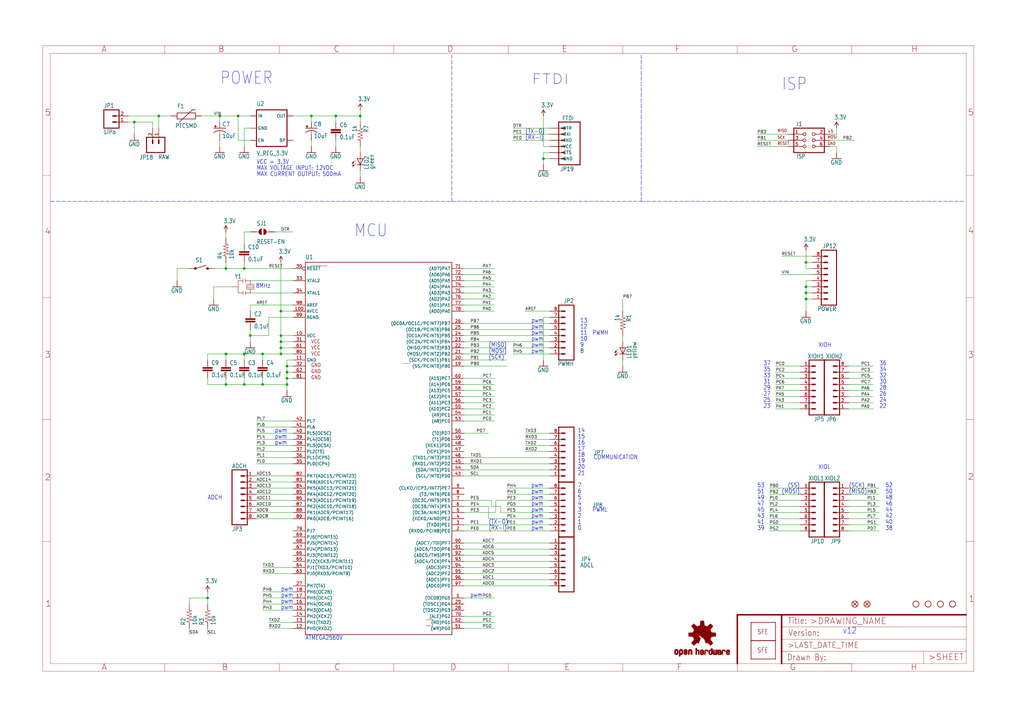
<source format=kicad_sch>
(kicad_sch (version 20211123) (generator eeschema)
  (paper "User" 425.958 300.025)
  (lib_symbols
    (symbol "schematicEagle-eagle-import:3.3V" (power)
      (property "Value" "3.3V" (at -1.016 3.556 0))
      (symbol "3.3V_1_0"
        (pin power_in line (at 0 0 90) (length 2.54) (name "3.3V") (number "1"))
      )
    )
    (symbol "schematicEagle-eagle-import:ARDUINO_SERIAL_PROGRAMSMD"
      (property "Reference" "JP" (at -5.08 10.922 0))
      (property "Value" "ARDUINO_SERIAL_PROGRAMSMD" (at -5.08 -10.16 0))
      (symbol "ARDUINO_SERIAL_PROGRAMSMD_1_0"
        (pin passive line (at 5.08 -5.08 180) (length 5.08) (name "DTR") (number "1"))
        (pin passive line (at 5.08 -2.54 180) (length 5.08) (name "RXI") (number "2"))
        (pin passive line (at 5.08 0 180) (length 5.08) (name "TXO") (number "3"))
        (pin passive line (at 5.08 2.54 180) (length 5.08) (name "VCC") (number "4"))
        (pin passive line (at 5.08 5.08 180) (length 5.08) (name "CTS") (number "5"))
        (pin passive line (at 5.08 7.62 180) (length 5.08) (name "GND") (number "6"))
      )
    )
    (symbol "schematicEagle-eagle-import:ATMEGA2560AU"
      (property "Reference" "U" (at -30.48 80.01 0))
      (property "Value" "ATMEGA2560AU" (at -30.48 -78.74 0))
      (symbol "ATMEGA2560AU_1_0"
        (text "GND" (at -28.0987 30.0038 0) (effects (font (size 1.524 1.2954)) (justify left bottom)))
        (text "GND" (at -28.0987 32.5438 0) (effects (font (size 1.524 1.2954)) (justify left bottom)))
        (text "GND" (at -28.0987 35.0838 0) (effects (font (size 1.524 1.2954)) (justify left bottom)))
        (text "VCC" (at -28.0987 39.8463 0) (effects (font (size 1.524 1.2954)) (justify left bottom)))
        (text "VCC" (at -28.0987 42.3863 0) (effects (font (size 1.524 1.2954)) (justify left bottom)))
        (text "VCC" (at -28.0987 44.9263 0) (effects (font (size 1.524 1.2954)) (justify left bottom)))
        (pin bidirectional line (at 35.56 -60.96 180) (length 5.08) (name "(OC0B)PG5") (number "1"))
        (pin power_in line (at -35.56 48.26 0) (length 5.08) (name "VCC") (number "10"))
        (pin power_in line (at -35.56 58.42 0) (length 5.08) (name "AVCC") (number "100"))
        (pin power_in line (at -35.56 38.1 0) (length 5.08) (name "GND") (number "11"))
        (pin bidirectional line (at -35.56 -73.66 0) (length 5.08) (name "PH0(RXD2)") (number "12"))
        (pin bidirectional line (at -35.56 -71.12 0) (length 5.08) (name "PH1(TXD2)") (number "13"))
        (pin bidirectional line (at -35.56 -68.58 0) (length 5.08) (name "PH2(XCK2)") (number "14"))
        (pin bidirectional line (at -35.56 -66.04 0) (length 5.08) (name "PH3(OC4A)") (number "15"))
        (pin bidirectional line (at -35.56 -63.5 0) (length 5.08) (name "PH4(OC4B)") (number "16"))
        (pin bidirectional line (at -35.56 -60.96 0) (length 5.08) (name "PH5(OC4C)") (number "17"))
        (pin bidirectional line (at -35.56 -58.42 0) (length 5.08) (name "PH6(OC2B)") (number "18"))
        (pin bidirectional line (at 35.56 35.56 180) (length 5.08) (name "(SS/PCINT0)PB0") (number "19"))
        (pin bidirectional line (at 35.56 -33.02 180) (length 5.08) (name "(RXD0/PCIN8)PE0") (number "2"))
        (pin bidirectional line (at 35.56 38.1 180) (length 5.08) (name "(SCK/PCINT1)PB1") (number "20"))
        (pin bidirectional line (at 35.56 40.64 180) (length 5.08) (name "(MOSI/PCINT2)PB2") (number "21"))
        (pin bidirectional line (at 35.56 43.18 180) (length 5.08) (name "(MISO/PCINT3)PB3") (number "22"))
        (pin bidirectional line (at 35.56 45.72 180) (length 5.08) (name "(OC2A/PCINT4)PB4") (number "23"))
        (pin bidirectional line (at 35.56 48.26 180) (length 5.08) (name "(OC1A/PCINT5)PB5") (number "24"))
        (pin bidirectional line (at 35.56 50.8 180) (length 5.08) (name "(OC1B/PCINT6)PB6") (number "25"))
        (pin bidirectional line (at 35.56 53.34 180) (length 5.08) (name "(OC0A/OC1C/PCINT7)PB7") (number "26"))
        (pin bidirectional line (at -35.56 -55.88 0) (length 5.08) (name "PH7(T4)") (number "27"))
        (pin bidirectional line (at 35.56 -66.04 180) (length 5.08) (name "(TOSC2)PG3") (number "28"))
        (pin bidirectional line (at 35.56 -63.5 180) (length 5.08) (name "(TOSC1)PG4") (number "29"))
        (pin bidirectional line (at 35.56 -30.48 180) (length 5.08) (name "(TXD0)PE1") (number "3"))
        (pin input inverted (at -35.56 76.2 0) (length 5.08) (name "RESET") (number "30"))
        (pin power_in line (at -35.56 45.72 0) (length 5.08) (name "VCC1") (number "31"))
        (pin power_in line (at -35.56 35.56 0) (length 5.08) (name "GND1") (number "32"))
        (pin output line (at -35.56 71.12 0) (length 5.08) (name "XTAL2") (number "33"))
        (pin input line (at -35.56 66.04 0) (length 5.08) (name "XTAL1") (number "34"))
        (pin bidirectional line (at -35.56 -5.08 0) (length 5.08) (name "PL0(ICP4)") (number "35"))
        (pin bidirectional line (at -35.56 -2.54 0) (length 5.08) (name "PL1(ICP5)") (number "36"))
        (pin bidirectional line (at -35.56 0 0) (length 5.08) (name "PL2(T5)") (number "37"))
        (pin bidirectional line (at -35.56 2.54 0) (length 5.08) (name "PL3(OC5A)") (number "38"))
        (pin bidirectional line (at -35.56 5.08 0) (length 5.08) (name "PL4(OC5B)") (number "39"))
        (pin bidirectional line (at 35.56 -27.94 180) (length 5.08) (name "(XCK0/AIN0)PE2") (number "4"))
        (pin bidirectional line (at -35.56 7.62 0) (length 5.08) (name "PL5(OC5C)") (number "40"))
        (pin bidirectional line (at -35.56 10.16 0) (length 5.08) (name "PL6") (number "41"))
        (pin bidirectional line (at -35.56 12.7 0) (length 5.08) (name "PL7") (number "42"))
        (pin bidirectional line (at 35.56 -10.16 180) (length 5.08) (name "(SCL/INT0)PD0") (number "43"))
        (pin bidirectional line (at 35.56 -7.62 180) (length 5.08) (name "(SDA/INT1)PD1") (number "44"))
        (pin bidirectional line (at 35.56 -5.08 180) (length 5.08) (name "(RXD1/INT2)PD2") (number "45"))
        (pin bidirectional line (at 35.56 -2.54 180) (length 5.08) (name "(TXD1/INT3)PD3") (number "46"))
        (pin bidirectional line (at 35.56 0 180) (length 5.08) (name "(ICP1)PD4") (number "47"))
        (pin bidirectional line (at 35.56 2.54 180) (length 5.08) (name "(XCK1)PD5") (number "48"))
        (pin bidirectional line (at 35.56 5.08 180) (length 5.08) (name "(T1)PD6") (number "49"))
        (pin bidirectional line (at 35.56 -25.4 180) (length 5.08) (name "(OC3A/AIN1)PE3") (number "5"))
        (pin bidirectional line (at 35.56 7.62 180) (length 5.08) (name "(T0)PD7") (number "50"))
        (pin bidirectional line (at 35.56 -73.66 180) (length 5.08) (name "(WR)PG0") (number "51"))
        (pin bidirectional line (at 35.56 -71.12 180) (length 5.08) (name "(RD)PG1") (number "52"))
        (pin bidirectional line (at 35.56 12.7 180) (length 5.08) (name "(A8)PC0") (number "53"))
        (pin bidirectional line (at 35.56 15.24 180) (length 5.08) (name "(A9)PC1") (number "54"))
        (pin bidirectional line (at 35.56 17.78 180) (length 5.08) (name "(A10)PC2") (number "55"))
        (pin bidirectional line (at 35.56 20.32 180) (length 5.08) (name "(A11)PC3") (number "56"))
        (pin bidirectional line (at 35.56 22.86 180) (length 5.08) (name "(A12)PC4") (number "57"))
        (pin bidirectional line (at 35.56 25.4 180) (length 5.08) (name "(A13)PC5") (number "58"))
        (pin bidirectional line (at 35.56 27.94 180) (length 5.08) (name "(A14)PC6") (number "59"))
        (pin bidirectional line (at 35.56 -22.86 180) (length 5.08) (name "(OC3B/INT4)PE4") (number "6"))
        (pin bidirectional line (at 35.56 30.48 180) (length 5.08) (name "(A15)PC7") (number "60"))
        (pin power_in line (at -35.56 43.18 0) (length 5.08) (name "VCC2") (number "61"))
        (pin power_in line (at -35.56 33.02 0) (length 5.08) (name "GND2") (number "62"))
        (pin bidirectional line (at -35.56 -50.8 0) (length 5.08) (name "PJ0(RXD3/PCINT9)") (number "63"))
        (pin bidirectional line (at -35.56 -48.26 0) (length 5.08) (name "PJ1(TXD3/PCINT10)") (number "64"))
        (pin bidirectional line (at -35.56 -45.72 0) (length 5.08) (name "PJ2(XCK3/PCINT11)") (number "65"))
        (pin bidirectional line (at -35.56 -43.18 0) (length 5.08) (name "PJ3(PCINT12)") (number "66"))
        (pin bidirectional line (at -35.56 -40.64 0) (length 5.08) (name "PJ4(PCINT13)") (number "67"))
        (pin bidirectional line (at -35.56 -38.1 0) (length 5.08) (name "PJ5(PCINT14)") (number "68"))
        (pin bidirectional line (at -35.56 -35.56 0) (length 5.08) (name "PJ6(PCINT15)") (number "69"))
        (pin bidirectional line (at 35.56 -20.32 180) (length 5.08) (name "(OC3C/INT5)PE5") (number "7"))
        (pin bidirectional line (at 35.56 -68.58 180) (length 5.08) (name "(ALE)PG2") (number "70"))
        (pin bidirectional line (at 35.56 76.2 180) (length 5.08) (name "(AD7)PA7") (number "71"))
        (pin bidirectional line (at 35.56 73.66 180) (length 5.08) (name "(AD6)PA6") (number "72"))
        (pin bidirectional line (at 35.56 71.12 180) (length 5.08) (name "(AD5)PA5") (number "73"))
        (pin bidirectional line (at 35.56 68.58 180) (length 5.08) (name "(AD4)PA4") (number "74"))
        (pin bidirectional line (at 35.56 66.04 180) (length 5.08) (name "(AD3)PA3") (number "75"))
        (pin bidirectional line (at 35.56 63.5 180) (length 5.08) (name "(AD2)PA2") (number "76"))
        (pin bidirectional line (at 35.56 60.96 180) (length 5.08) (name "(AD1)PA1") (number "77"))
        (pin bidirectional line (at 35.56 58.42 180) (length 5.08) (name "(AD0)PA0") (number "78"))
        (pin bidirectional line (at -35.56 -33.02 0) (length 5.08) (name "PJ7") (number "79"))
        (pin bidirectional line (at 35.56 -17.78 180) (length 5.08) (name "(T3/INT6)PE6") (number "8"))
        (pin power_in line (at -35.56 40.64 0) (length 5.08) (name "VCC3") (number "80"))
        (pin power_in line (at -35.56 30.48 0) (length 5.08) (name "GND3") (number "81"))
        (pin bidirectional line (at -35.56 -10.16 0) (length 5.08) (name "PK7(ADC15/PCINT23)") (number "82"))
        (pin bidirectional line (at -35.56 -12.7 0) (length 5.08) (name "PK6(ADC14/PCINT22)") (number "83"))
        (pin bidirectional line (at -35.56 -15.24 0) (length 5.08) (name "PK5(ADC13/PCINT21)") (number "84"))
        (pin bidirectional line (at -35.56 -17.78 0) (length 5.08) (name "PK4(ADC12/PCINT20)") (number "85"))
        (pin bidirectional line (at -35.56 -20.32 0) (length 5.08) (name "PK3(ADC11/PCINT19)") (number "86"))
        (pin bidirectional line (at -35.56 -22.86 0) (length 5.08) (name "PK2(ADC10/PCINT18)") (number "87"))
        (pin bidirectional line (at -35.56 -25.4 0) (length 5.08) (name "PK1(ADC9/PCINT17)") (number "88"))
        (pin bidirectional line (at -35.56 -27.94 0) (length 5.08) (name "PK0(ADC8/PCINT16)") (number "89"))
        (pin bidirectional line (at 35.56 -15.24 180) (length 5.08) (name "(CLKO/ICP3/INT7)PE7") (number "9"))
        (pin bidirectional line (at 35.56 -38.1 180) (length 5.08) (name "(ADC7/TDI)PF7") (number "90"))
        (pin bidirectional line (at 35.56 -40.64 180) (length 5.08) (name "(ADC6/TDO)PF6") (number "91"))
        (pin bidirectional line (at 35.56 -43.18 180) (length 5.08) (name "(ADC5/TMS)PF5") (number "92"))
        (pin bidirectional line (at 35.56 -45.72 180) (length 5.08) (name "(ADC4/TCK)PF4") (number "93"))
        (pin bidirectional line (at 35.56 -48.26 180) (length 5.08) (name "(ADC3)PF3") (number "94"))
        (pin bidirectional line (at 35.56 -50.8 180) (length 5.08) (name "(ADC2)PF2") (number "95"))
        (pin bidirectional line (at 35.56 -53.34 180) (length 5.08) (name "(ADC1)PF1") (number "96"))
        (pin bidirectional line (at 35.56 -55.88 180) (length 5.08) (name "(ADC0)PF0") (number "97"))
        (pin bidirectional line (at -35.56 60.96 0) (length 5.08) (name "AREF") (number "98"))
        (pin power_in line (at -35.56 55.88 0) (length 5.08) (name "AGND") (number "99"))
      )
    )
    (symbol "schematicEagle-eagle-import:AVR_SPI_PRG_6PTH"
      (property "Reference" "J" (at -4.318 5.842 0))
      (property "Value" "AVR_SPI_PRG_6PTH" (at -4.064 -7.62 0))
      (symbol "AVR_SPI_PRG_6PTH_1_0"
        (text "+5" (at 8.89 3.048 0) (effects (font (size 1.27 1.0795)) (justify left bottom)))
        (text "GND" (at 8.89 -2.032 0) (effects (font (size 1.27 1.0795)) (justify left bottom)))
        (text "MISO" (at -11.938 3.302 0) (effects (font (size 1.27 1.0795)) (justify left bottom)))
        (text "MOSI" (at 8.89 0.635 0) (effects (font (size 1.27 1.0795)) (justify left bottom)))
        (text "RESET" (at -11.938 -2.032 0) (effects (font (size 1.27 1.0795)) (justify left bottom)))
        (text "SCK" (at -11.938 0.508 0) (effects (font (size 1.27 1.0795)) (justify left bottom)))
        (pin passive inverted (at -7.62 2.54 0) (length 7.62) (name "1") (number "1"))
        (pin passive inverted (at 10.16 2.54 180) (length 7.62) (name "2") (number "2"))
        (pin passive inverted (at -7.62 0 0) (length 7.62) (name "3") (number "3"))
        (pin passive inverted (at 10.16 0 180) (length 7.62) (name "4") (number "4"))
        (pin passive inverted (at -7.62 -2.54 0) (length 7.62) (name "5") (number "5"))
        (pin passive inverted (at 10.16 -2.54 180) (length 7.62) (name "6") (number "6"))
      )
    )
    (symbol "schematicEagle-eagle-import:CAP0402-CAP"
      (property "Reference" "C" (at 1.524 2.921 0))
      (property "Value" "CAP0402-CAP" (at 1.524 -2.159 0))
      (symbol "CAP0402-CAP_1_0"
        (pin passive line (at 0 5.08 270) (length 2.54) (name "1") (number "1"))
        (pin passive line (at 0 -2.54 90) (length 2.54) (name "2") (number "2"))
      )
    )
    (symbol "schematicEagle-eagle-import:CAP_POL1206"
      (property "Reference" "C" (at 1.016 0.635 0))
      (property "Value" "CAP_POL1206" (at 1.016 -4.191 0))
      (symbol "CAP_POL1206_1_0"
        (pin passive line (at 0 2.54 270) (length 2.54) (name "+") (number "A"))
        (pin passive line (at 0 -5.08 90) (length 2.54) (name "-") (number "C"))
      )
    )
    (symbol "schematicEagle-eagle-import:FIDUCIAL1X2.5")
    (symbol "schematicEagle-eagle-import:FRAME-A3"
      (symbol "FRAME-A3_1_0"
        (text "1" (at 1.016 26.67 0) (effects (font (size 2.54 2.54)) (justify left bottom)))
        (text "1" (at 385.064 28.702 0) (effects (font (size 2.54 2.54)) (justify left bottom)))
        (text "2" (at 0.762 79.248 0) (effects (font (size 2.54 2.54)) (justify left bottom)))
        (text "2" (at 384.81 79.502 0) (effects (font (size 2.54 2.54)) (justify left bottom)))
        (text "3" (at 0.762 130.302 0) (effects (font (size 2.54 2.54)) (justify left bottom)))
        (text "3" (at 384.81 130.302 0) (effects (font (size 2.54 2.54)) (justify left bottom)))
        (text "4" (at 0.762 181.61 0) (effects (font (size 2.54 2.54)) (justify left bottom)))
        (text "4" (at 384.81 181.864 0) (effects (font (size 2.54 2.54)) (justify left bottom)))
        (text "5" (at 0.762 231.14 0) (effects (font (size 2.54 2.54)) (justify left bottom)))
        (text "5" (at 384.81 231.14 0) (effects (font (size 2.54 2.54)) (justify left bottom)))
        (text ">DRAWING_NAME" (at 319.151 19.431 0) (effects (font (size 2.54 2.54)) (justify left bottom)))
        (text ">LAST_DATE_TIME" (at 309.753 9.525 0) (effects (font (size 2.286 2.286)) (justify left bottom)))
        (text ">SHEET" (at 368.3 4.445 0) (effects (font (size 2.54 2.54)) (justify left bottom)))
        (text "A" (at 24.384 0.254 0) (effects (font (size 2.54 2.54)) (justify left bottom)))
        (text "A" (at 24.384 257.556 0) (effects (font (size 2.54 2.54)) (justify left bottom)))
        (text "B" (at 72.898 257.556 0) (effects (font (size 2.54 2.54)) (justify left bottom)))
        (text "B" (at 74.422 0.254 0) (effects (font (size 2.54 2.54)) (justify left bottom)))
        (text "C" (at 120.904 257.556 0) (effects (font (size 2.54 2.54)) (justify left bottom)))
        (text "C" (at 121.158 0.254 0) (effects (font (size 2.54 2.54)) (justify left bottom)))
        (text "D" (at 168.148 257.556 0) (effects (font (size 2.54 2.54)) (justify left bottom)))
        (text "D" (at 169.418 0.254 0) (effects (font (size 2.54 2.54)) (justify left bottom)))
        (text "Drawn By:" (at 309.626 4.318 0) (effects (font (size 2.54 2.159)) (justify left bottom)))
        (text "E" (at 215.9 257.556 0) (effects (font (size 2.54 2.54)) (justify left bottom)))
        (text "E" (at 216.916 0.254 0) (effects (font (size 2.54 2.54)) (justify left bottom)))
        (text "F" (at 262.89 257.556 0) (effects (font (size 2.54 2.54)) (justify left bottom)))
        (text "F" (at 263.652 0.254 0) (effects (font (size 2.54 2.54)) (justify left bottom)))
        (text "G" (at 310.642 0.254 0) (effects (font (size 2.54 2.54)) (justify left bottom)))
        (text "G" (at 311.404 257.556 0) (effects (font (size 2.54 2.54)) (justify left bottom)))
        (text "H" (at 360.934 0.254 0) (effects (font (size 2.54 2.54)) (justify left bottom)))
        (text "H" (at 361.188 257.556 0) (effects (font (size 2.54 2.54)) (justify left bottom)))
        (text "Title:" (at 309.88 19.558 0) (effects (font (size 2.54 2.159)) (justify left bottom)))
        (text "Version:" (at 310.134 14.478 0) (effects (font (size 2.54 2.159)) (justify left bottom)))
      )
    )
    (symbol "schematicEagle-eagle-import:GND" (power)
      (property "Value" "GND" (at -2.54 -2.54 0))
      (symbol "GND_1_0"
        (pin power_in line (at 0 2.54 270) (length 2.54) (name "GND") (number "1"))
      )
    )
    (symbol "schematicEagle-eagle-import:LED0603"
      (property "Reference" "LED" (at 3.556 -4.572 90))
      (property "Value" "LED0603" (at 5.715 -4.572 90))
      (symbol "LED0603_1_0"
        (pin passive line (at 0 2.54 270) (length 2.54) (name "A") (number "A"))
        (pin passive line (at 0 -5.08 90) (length 2.54) (name "C") (number "C"))
      )
    )
    (symbol "schematicEagle-eagle-import:LOGO-SFENEW"
      (symbol "LOGO-SFENEW_1_0"
        (text "SFE" (at 0 0 0) (effects (font (size 1.9304 1.6408)) (justify left bottom)))
      )
    )
    (symbol "schematicEagle-eagle-import:LOGO-SFESK"
      (symbol "LOGO-SFESK_1_0"
        (text "SFE" (at 0 0 0) (effects (font (size 1.9304 1.6408)) (justify left bottom)))
      )
    )
    (symbol "schematicEagle-eagle-import:M02-JST-2MM-SMT"
      (property "Reference" "JP" (at -2.54 5.842 0))
      (property "Value" "M02-JST-2MM-SMT" (at -2.54 -5.08 0))
      (symbol "M02-JST-2MM-SMT_1_0"
        (pin passive line (at 7.62 0 180) (length 5.08) (name "1") (number "1"))
        (pin passive line (at 7.62 2.54 180) (length 5.08) (name "2") (number "2"))
      )
    )
    (symbol "schematicEagle-eagle-import:M02PTH"
      (property "Reference" "JP" (at -2.54 5.842 0))
      (property "Value" "M02PTH" (at -2.54 -5.08 0))
      (symbol "M02PTH_1_0"
        (pin passive line (at 7.62 0 180) (length 5.08) (name "1") (number "1"))
        (pin passive line (at 7.62 2.54 180) (length 5.08) (name "2") (number "2"))
      )
    )
    (symbol "schematicEagle-eagle-import:M08BM08B-SRSS-TB"
      (property "Reference" "JP" (at -5.08 13.462 0))
      (property "Value" "M08BM08B-SRSS-TB" (at -5.08 -12.7 0))
      (symbol "M08BM08B-SRSS-TB_1_0"
        (pin passive line (at 5.08 -7.62 180) (length 5.08) (name "1") (number "1"))
        (pin passive line (at 5.08 -5.08 180) (length 5.08) (name "2") (number "2"))
        (pin passive line (at 5.08 -2.54 180) (length 5.08) (name "3") (number "3"))
        (pin passive line (at 5.08 0 180) (length 5.08) (name "4") (number "4"))
        (pin passive line (at 5.08 2.54 180) (length 5.08) (name "5") (number "5"))
        (pin passive line (at 5.08 5.08 180) (length 5.08) (name "6") (number "6"))
        (pin passive line (at 5.08 7.62 180) (length 5.08) (name "7") (number "7"))
        (pin passive line (at 5.08 10.16 180) (length 5.08) (name "8") (number "8"))
      )
    )
    (symbol "schematicEagle-eagle-import:OSHW-LOGOL")
    (symbol "schematicEagle-eagle-import:PTCSMD"
      (property "Reference" "F" (at -2.54 3.048 0))
      (property "Value" "PTCSMD" (at -3.302 -5.08 0))
      (symbol "PTCSMD_1_0"
        (pin bidirectional line (at -5.08 0 0) (length 2.54) (name "1") (number "1"))
        (pin bidirectional line (at 7.62 0 180) (length 2.54) (name "2") (number "2"))
      )
    )
    (symbol "schematicEagle-eagle-import:RESISTOR0402-RES"
      (property "Reference" "R" (at -3.81 1.4986 0))
      (property "Value" "RESISTOR0402-RES" (at -3.81 -3.302 0))
      (symbol "RESISTOR0402-RES_1_0"
        (pin passive line (at -5.08 0 0) (length 2.54) (name "1") (number "1"))
        (pin passive line (at 5.08 0 180) (length 2.54) (name "2") (number "2"))
      )
    )
    (symbol "schematicEagle-eagle-import:RESONATORSMD"
      (property "Reference" "Y" (at 2.54 1.016 0))
      (property "Value" "RESONATORSMD" (at 2.54 -7.62 0))
      (symbol "RESONATORSMD_1_0"
        (pin passive line (at -2.54 0 0) (length 0) (name "1") (number "1"))
        (pin passive line (at 0 -7.62 90) (length 0) (name "2") (number "2"))
        (pin passive line (at 2.54 0 180) (length 0) (name "3") (number "3"))
      )
    )
    (symbol "schematicEagle-eagle-import:SOLDERJUMPERNC"
      (property "Reference" "SJ" (at -2.54 2.54 0))
      (property "Value" "SOLDERJUMPERNC" (at -2.54 -5.08 0))
      (symbol "SOLDERJUMPERNC_1_0"
        (pin passive line (at -5.08 0 0) (length 2.54) (name "1") (number "1"))
        (pin passive line (at 5.08 0 180) (length 2.54) (name "2") (number "2"))
      )
    )
    (symbol "schematicEagle-eagle-import:STAND-OFF")
    (symbol "schematicEagle-eagle-import:SWITCH-MOMENTARY-2SMD"
      (property "Reference" "S" (at -2.54 2.54 0))
      (property "Value" "SWITCH-MOMENTARY-2SMD" (at -2.54 -2.54 0))
      (symbol "SWITCH-MOMENTARY-2SMD_1_0"
        (pin passive line (at -5.08 0 0) (length 2.54) (name "1") (number "1"))
        (pin passive line (at 5.08 0 180) (length 2.54) (name "2") (number "3"))
      )
    )
    (symbol "schematicEagle-eagle-import:V_REG_LDOSMD"
      (property "Reference" "U" (at -7.62 9.144 0))
      (property "Value" "V_REG_LDOSMD" (at -7.62 -11.43 0))
      (symbol "V_REG_LDOSMD_1_0"
        (pin input line (at -10.16 5.08 0) (length 2.54) (name "IN") (number "1"))
        (pin input line (at -10.16 0 0) (length 2.54) (name "GND") (number "2"))
        (pin input line (at -10.16 -5.08 0) (length 2.54) (name "EN") (number "3"))
        (pin input line (at 7.62 -5.08 180) (length 2.54) (name "BP") (number "4"))
        (pin passive line (at 7.62 5.08 180) (length 2.54) (name "OUT") (number "5"))
      )
    )
  )
  (junction (at 101.6 147.32))
  (junction (at 93.98 147.32))
  (junction (at 91.44 48.26))
  (junction (at 116.84 129.54))
  (junction (at 119.38 157.48))
  (junction (at 116.84 139.7))
  (junction (at 149.86 48.26))
  (junction (at 116.84 147.32))
  (junction (at 109.22 147.32))
  (junction (at 116.84 142.24))
  (junction (at 66.04 48.26))
  (junction (at 116.84 144.78))
  (junction (at 86.36 248.92))
  (junction (at 139.7 48.26))
  (junction (at 93.98 160.02))
  (junction (at 335.28 119.38))
  (junction (at 104.14 139.7))
  (junction (at 109.22 160.02))
  (junction (at 93.98 111.76))
  (junction (at 335.28 124.46))
  (junction (at 226.06 66.04))
  (junction (at 119.38 160.02))
  (junction (at 335.28 121.92))
  (junction (at 119.38 154.94))
  (junction (at 99.06 48.26))
  (junction (at 101.6 160.02))
  (junction (at 129.54 48.26))
  (junction (at 55.88 50.8))
  (junction (at 335.28 109.22))
  (junction (at 119.38 152.4))
  (junction (at 101.6 111.76))
  (wire (pts (xy 109.22 147.32) (xy 101.6 147.32)))
  (wire (pts (xy 121.92 152.4) (xy 119.38 152.4)))
  (wire (pts (xy 121.92 210.82) (xy 106.68 210.82)))
  (wire (pts (xy 109.22 149.86) (xy 109.22 147.32)))
  (wire (pts (xy 347.98 55.88) (xy 347.98 53.34)))
  (wire (pts (xy 121.92 187.96) (xy 106.68 187.96)))
  (wire (pts (xy 193.04 162.56) (xy 205.74 162.56)))
  (wire (pts (xy 121.92 180.34) (xy 106.68 180.34)))
  (wire (pts (xy 193.04 116.84) (xy 205.74 116.84)))
  (wire (pts (xy 353.06 170.18) (xy 363.22 170.18)))
  (wire (pts (xy 353.06 152.4) (xy 363.22 152.4)))
  (wire (pts (xy 86.36 160.02) (xy 86.36 157.48)))
  (wire (pts (xy 210.82 147.32) (xy 193.04 147.32)))
  (wire (pts (xy 139.7 48.26) (xy 149.86 48.26)))
  (wire (pts (xy 259.08 124.46) (xy 259.08 129.54)))
  (wire (pts (xy 114.3 96.52) (xy 121.92 96.52)))
  (wire (pts (xy 193.04 241.3) (xy 228.6 241.3)))
  (wire (pts (xy 91.44 48.26) (xy 99.06 48.26)))
  (wire (pts (xy 121.92 254) (xy 109.22 254)))
  (wire (pts (xy 121.92 261.62) (xy 111.76 261.62)))
  (wire (pts (xy 193.04 114.3) (xy 205.74 114.3)))
  (wire (pts (xy 193.04 127) (xy 205.74 127)))
  (wire (pts (xy 353.06 208.28) (xy 365.76 208.28)))
  (wire (pts (xy 53.34 48.26) (xy 66.04 48.26)))
  (wire (pts (xy 101.6 101.6) (xy 101.6 96.52)))
  (wire (pts (xy 149.86 45.72) (xy 149.86 48.26)))
  (wire (pts (xy 121.92 246.38) (xy 109.22 246.38)))
  (wire (pts (xy 345.44 55.88) (xy 347.98 55.88)))
  (wire (pts (xy 332.74 205.74) (xy 320.04 205.74)))
  (wire (pts (xy 228.6 134.62) (xy 193.04 134.62)))
  (wire (pts (xy 104.14 58.42) (xy 99.06 58.42)))
  (wire (pts (xy 55.88 50.8) (xy 63.5 50.8)))
  (wire (pts (xy 228.6 180.34) (xy 218.44 180.34)))
  (wire (pts (xy 121.92 121.92) (xy 104.14 121.92)))
  (wire (pts (xy 129.54 48.26) (xy 129.54 50.8)))
  (wire (pts (xy 203.2 210.82) (xy 203.2 215.9)))
  (wire (pts (xy 121.92 193.04) (xy 106.68 193.04)))
  (wire (pts (xy 337.82 111.76) (xy 335.28 111.76)))
  (wire (pts (xy 332.74 167.64) (xy 322.58 167.64)))
  (wire (pts (xy 332.74 213.36) (xy 320.04 213.36)))
  (wire (pts (xy 210.82 149.86) (xy 193.04 149.86)))
  (wire (pts (xy 337.82 109.22) (xy 335.28 109.22)))
  (wire (pts (xy 259.08 149.86) (xy 259.08 152.4)))
  (wire (pts (xy 193.04 208.28) (xy 204.47 208.28)))
  (wire (pts (xy 121.92 190.5) (xy 106.68 190.5)))
  (wire (pts (xy 121.92 251.46) (xy 109.22 251.46)))
  (wire (pts (xy 193.04 231.14) (xy 228.6 231.14)))
  (wire (pts (xy 63.5 50.8) (xy 63.5 53.34)))
  (wire (pts (xy 335.28 121.92) (xy 335.28 124.46)))
  (polyline (pts (xy 187.96 83.82) (xy 266.7 83.82)))
  (wire (pts (xy 193.04 226.06) (xy 228.6 226.06)))
  (wire (pts (xy 335.28 111.76) (xy 335.28 109.22)))
  (wire (pts (xy 116.84 139.7) (xy 116.84 129.54)))
  (wire (pts (xy 121.92 248.92) (xy 109.22 248.92)))
  (wire (pts (xy 109.22 160.02) (xy 101.6 160.02)))
  (wire (pts (xy 228.6 58.42) (xy 213.36 58.42)))
  (wire (pts (xy 91.44 58.42) (xy 91.44 60.96)))
  (wire (pts (xy 193.04 124.46) (xy 205.74 124.46)))
  (wire (pts (xy 228.6 53.34) (xy 213.36 53.34)))
  (wire (pts (xy 337.82 114.3) (xy 325.12 114.3)))
  (wire (pts (xy 226.06 63.5) (xy 226.06 66.04)))
  (wire (pts (xy 121.92 198.12) (xy 106.68 198.12)))
  (wire (pts (xy 353.06 160.02) (xy 363.22 160.02)))
  (wire (pts (xy 332.74 165.1) (xy 322.58 165.1)))
  (wire (pts (xy 193.04 119.38) (xy 205.74 119.38)))
  (wire (pts (xy 86.36 261.62) (xy 86.36 264.16)))
  (wire (pts (xy 193.04 259.08) (xy 205.74 259.08)))
  (wire (pts (xy 335.28 109.22) (xy 335.28 104.14)))
  (wire (pts (xy 228.6 55.88) (xy 213.36 55.88)))
  (wire (pts (xy 121.92 149.86) (xy 119.38 149.86)))
  (wire (pts (xy 193.04 228.6) (xy 228.6 228.6)))
  (wire (pts (xy 121.92 139.7) (xy 116.84 139.7)))
  (wire (pts (xy 337.82 106.68) (xy 325.12 106.68)))
  (wire (pts (xy 228.6 203.2) (xy 210.82 203.2)))
  (wire (pts (xy 327.66 55.88) (xy 314.96 55.88)))
  (wire (pts (xy 86.36 248.92) (xy 86.36 251.46)))
  (wire (pts (xy 91.44 50.8) (xy 91.44 48.26)))
  (wire (pts (xy 193.04 248.92) (xy 205.74 248.92)))
  (wire (pts (xy 121.92 142.24) (xy 116.84 142.24)))
  (wire (pts (xy 226.06 66.04) (xy 226.06 68.58)))
  (wire (pts (xy 337.82 116.84) (xy 335.28 116.84)))
  (wire (pts (xy 121.92 116.84) (xy 104.14 116.84)))
  (wire (pts (xy 228.6 139.7) (xy 193.04 139.7)))
  (wire (pts (xy 332.74 215.9) (xy 320.04 215.9)))
  (wire (pts (xy 121.92 127) (xy 104.14 127)))
  (wire (pts (xy 353.06 220.98) (xy 365.76 220.98)))
  (wire (pts (xy 121.92 154.94) (xy 119.38 154.94)))
  (wire (pts (xy 228.6 182.88) (xy 218.44 182.88)))
  (wire (pts (xy 121.92 175.26) (xy 106.68 175.26)))
  (wire (pts (xy 78.74 248.92) (xy 86.36 248.92)))
  (wire (pts (xy 121.92 259.08) (xy 111.76 259.08)))
  (wire (pts (xy 345.44 60.96) (xy 347.98 60.96)))
  (wire (pts (xy 210.82 152.4) (xy 193.04 152.4)))
  (wire (pts (xy 101.6 96.52) (xy 104.14 96.52)))
  (wire (pts (xy 208.28 213.36) (xy 208.28 210.82)))
  (wire (pts (xy 99.06 48.26) (xy 104.14 48.26)))
  (wire (pts (xy 208.28 210.82) (xy 204.47 210.82)))
  (wire (pts (xy 353.06 218.44) (xy 365.76 218.44)))
  (wire (pts (xy 332.74 208.28) (xy 320.04 208.28)))
  (wire (pts (xy 228.6 210.82) (xy 210.82 210.82)))
  (wire (pts (xy 337.82 119.38) (xy 335.28 119.38)))
  (wire (pts (xy 193.04 256.54) (xy 205.74 256.54)))
  (wire (pts (xy 347.98 60.96) (xy 347.98 63.5)))
  (wire (pts (xy 116.84 109.22) (xy 116.84 129.54)))
  (wire (pts (xy 332.74 162.56) (xy 322.58 162.56)))
  (wire (pts (xy 353.06 167.64) (xy 363.22 167.64)))
  (wire (pts (xy 332.74 218.44) (xy 320.04 218.44)))
  (wire (pts (xy 335.28 116.84) (xy 335.28 119.38)))
  (wire (pts (xy 228.6 220.98) (xy 193.04 220.98)))
  (wire (pts (xy 129.54 48.26) (xy 139.7 48.26)))
  (wire (pts (xy 96.52 119.38) (xy 88.9 119.38)))
  (wire (pts (xy 193.04 170.18) (xy 205.74 170.18)))
  (wire (pts (xy 149.86 71.12) (xy 149.86 73.66)))
  (wire (pts (xy 139.7 48.26) (xy 139.7 50.8)))
  (wire (pts (xy 193.04 160.02) (xy 205.74 160.02)))
  (wire (pts (xy 111.76 132.08) (xy 111.76 139.7)))
  (wire (pts (xy 353.06 162.56) (xy 363.22 162.56)))
  (wire (pts (xy 104.14 139.7) (xy 104.14 137.16)))
  (wire (pts (xy 104.14 127) (xy 104.14 129.54)))
  (wire (pts (xy 101.6 160.02) (xy 93.98 160.02)))
  (wire (pts (xy 73.66 116.84) (xy 73.66 111.76)))
  (wire (pts (xy 327.66 58.42) (xy 314.96 58.42)))
  (wire (pts (xy 193.04 172.72) (xy 205.74 172.72)))
  (wire (pts (xy 193.04 213.36) (xy 206.248 213.36)))
  (wire (pts (xy 101.6 147.32) (xy 101.6 149.86)))
  (wire (pts (xy 193.04 180.34) (xy 203.2 180.34)))
  (polyline (pts (xy 187.96 83.82) (xy 187.96 22.86)))
  (wire (pts (xy 193.04 233.68) (xy 228.6 233.68)))
  (wire (pts (xy 353.06 154.94) (xy 363.22 154.94)))
  (wire (pts (xy 228.6 205.74) (xy 210.82 205.74)))
  (wire (pts (xy 121.92 132.08) (xy 111.76 132.08)))
  (wire (pts (xy 193.04 129.54) (xy 205.74 129.54)))
  (wire (pts (xy 119.38 157.48) (xy 119.38 160.02)))
  (wire (pts (xy 88.9 119.38) (xy 88.9 124.46)))
  (wire (pts (xy 121.92 177.8) (xy 106.68 177.8)))
  (wire (pts (xy 121.92 157.48) (xy 119.38 157.48)))
  (wire (pts (xy 204.47 210.82) (xy 204.47 208.28)))
  (wire (pts (xy 116.84 129.54) (xy 121.92 129.54)))
  (wire (pts (xy 332.74 157.48) (xy 322.58 157.48)))
  (wire (pts (xy 104.14 53.34) (xy 101.6 53.34)))
  (wire (pts (xy 203.2 215.9) (xy 228.6 215.9)))
  (wire (pts (xy 149.86 48.26) (xy 149.86 50.8)))
  (wire (pts (xy 119.38 160.02) (xy 109.22 160.02)))
  (wire (pts (xy 193.04 165.1) (xy 205.74 165.1)))
  (wire (pts (xy 353.06 210.82) (xy 365.76 210.82)))
  (wire (pts (xy 93.98 111.76) (xy 93.98 109.22)))
  (wire (pts (xy 93.98 147.32) (xy 86.36 147.32)))
  (wire (pts (xy 111.76 139.7) (xy 104.14 139.7)))
  (wire (pts (xy 332.74 152.4) (xy 322.58 152.4)))
  (wire (pts (xy 228.6 213.36) (xy 208.28 213.36)))
  (wire (pts (xy 193.04 236.22) (xy 228.6 236.22)))
  (wire (pts (xy 353.06 165.1) (xy 363.22 165.1)))
  (wire (pts (xy 353.06 203.2) (xy 365.76 203.2)))
  (wire (pts (xy 206.248 208.28) (xy 228.6 208.28)))
  (polyline (pts (xy 266.7 83.82) (xy 401.32 83.82)))
  (wire (pts (xy 86.36 147.32) (xy 86.36 149.86)))
  (wire (pts (xy 121.92 111.76) (xy 101.6 111.76)))
  (polyline (pts (xy 21.082 83.82) (xy 187.96 83.82)))
  (wire (pts (xy 121.92 200.66) (xy 106.68 200.66)))
  (wire (pts (xy 327.66 60.96) (xy 314.96 60.96)))
  (wire (pts (xy 93.98 160.02) (xy 86.36 160.02)))
  (wire (pts (xy 228.6 185.42) (xy 218.44 185.42)))
  (wire (pts (xy 101.6 160.02) (xy 101.6 157.48)))
  (wire (pts (xy 332.74 170.18) (xy 322.58 170.18)))
  (wire (pts (xy 121.92 236.22) (xy 109.22 236.22)))
  (wire (pts (xy 116.84 142.24) (xy 116.84 139.7)))
  (wire (pts (xy 332.74 220.98) (xy 320.04 220.98)))
  (wire (pts (xy 101.6 111.76) (xy 101.6 109.22)))
  (wire (pts (xy 121.92 213.36) (xy 106.68 213.36)))
  (wire (pts (xy 335.28 119.38) (xy 335.28 121.92)))
  (wire (pts (xy 129.54 58.42) (xy 129.54 60.96)))
  (wire (pts (xy 228.6 218.44) (xy 193.04 218.44)))
  (wire (pts (xy 332.74 160.02) (xy 322.58 160.02)))
  (wire (pts (xy 226.06 60.96) (xy 226.06 48.26)))
  (wire (pts (xy 193.04 198.12) (xy 228.6 198.12)))
  (wire (pts (xy 228.6 129.54) (xy 218.44 129.54)))
  (wire (pts (xy 139.7 58.42) (xy 139.7 60.96)))
  (wire (pts (xy 119.38 152.4) (xy 119.38 154.94)))
  (wire (pts (xy 335.28 124.46) (xy 335.28 129.54)))
  (wire (pts (xy 119.38 154.94) (xy 119.38 157.48)))
  (wire (pts (xy 193.04 243.84) (xy 228.6 243.84)))
  (wire (pts (xy 210.82 144.78) (xy 193.04 144.78)))
  (wire (pts (xy 228.6 132.08) (xy 226.06 132.08)))
  (wire (pts (xy 193.04 193.04) (xy 228.6 193.04)))
  (polyline (pts (xy 266.7 83.82) (xy 266.7 22.86)))
  (wire (pts (xy 332.74 210.82) (xy 320.04 210.82)))
  (wire (pts (xy 93.98 111.76) (xy 88.9 111.76)))
  (wire (pts (xy 193.04 175.26) (xy 205.74 175.26)))
  (wire (pts (xy 332.74 203.2) (xy 320.04 203.2)))
  (wire (pts (xy 193.04 261.62) (xy 205.74 261.62)))
  (wire (pts (xy 228.6 144.78) (xy 213.36 144.78)))
  (wire (pts (xy 337.82 121.92) (xy 335.28 121.92)))
  (wire (pts (xy 121.92 203.2) (xy 106.68 203.2)))
  (wire (pts (xy 228.6 142.24) (xy 193.04 142.24)))
  (wire (pts (xy 228.6 137.16) (xy 193.04 137.16)))
  (wire (pts (xy 353.06 157.48) (xy 363.22 157.48)))
  (wire (pts (xy 116.84 147.32) (xy 116.84 144.78)))
  (wire (pts (xy 93.98 147.32) (xy 93.98 149.86)))
  (wire (pts (xy 228.6 63.5) (xy 226.06 63.5)))
  (wire (pts (xy 121.92 208.28) (xy 106.68 208.28)))
  (wire (pts (xy 332.74 154.94) (xy 322.58 154.94)))
  (wire (pts (xy 259.08 139.7) (xy 259.08 142.24)))
  (wire (pts (xy 193.04 121.92) (xy 205.74 121.92)))
  (wire (pts (xy 353.06 215.9) (xy 365.76 215.9)))
  (wire (pts (xy 121.92 205.74) (xy 106.68 205.74)))
  (wire (pts (xy 206.248 213.36) (xy 206.248 208.28)))
  (wire (pts (xy 193.04 111.76) (xy 205.74 111.76)))
  (wire (pts (xy 193.04 190.5) (xy 228.6 190.5)))
  (wire (pts (xy 121.92 48.26) (xy 129.54 48.26)))
  (wire (pts (xy 149.86 60.96) (xy 149.86 63.5)))
  (wire (pts (xy 101.6 147.32) (xy 93.98 147.32)))
  (wire (pts (xy 116.84 147.32) (xy 109.22 147.32)))
  (wire (pts (xy 119.38 160.02) (xy 119.38 162.56)))
  (wire (pts (xy 345.44 58.42) (xy 355.6 58.42)))
  (wire (pts (xy 101.6 53.34) (xy 101.6 60.96)))
  (wire (pts (xy 53.34 50.8) (xy 55.88 50.8)))
  (wire (pts (xy 121.92 238.76) (xy 109.22 238.76)))
  (wire (pts (xy 93.98 96.52) (xy 93.98 99.06)))
  (wire (pts (xy 337.82 124.46) (xy 335.28 124.46)))
  (wire (pts (xy 193.04 167.64) (xy 205.74 167.64)))
  (wire (pts (xy 121.92 147.32) (xy 116.84 147.32)))
  (wire (pts (xy 78.74 251.46) (xy 78.74 248.92)))
  (wire (pts (xy 193.04 238.76) (xy 228.6 238.76)))
  (wire (pts (xy 78.74 261.62) (xy 78.74 264.16)))
  (wire (pts (xy 193.04 195.58) (xy 228.6 195.58)))
  (wire (pts (xy 353.06 205.74) (xy 365.76 205.74)))
  (wire (pts (xy 55.88 50.8) (xy 55.88 55.88)))
  (wire (pts (xy 228.6 147.32) (xy 213.36 147.32)))
  (wire (pts (xy 116.84 144.78) (xy 116.84 142.24)))
  (wire (pts (xy 66.04 48.26) (xy 71.12 48.26)))
  (wire (pts (xy 66.04 53.34) (xy 66.04 48.26)))
  (wire (pts (xy 119.38 149.86) (xy 119.38 152.4)))
  (wire (pts (xy 78.74 111.76) (xy 73.66 111.76)))
  (wire (pts (xy 228.6 187.96) (xy 218.44 187.96)))
  (wire (pts (xy 121.92 215.9) (xy 106.68 215.9)))
  (wire (pts (xy 193.04 157.48) (xy 205.74 157.48)))
  (wire (pts (xy 353.06 213.36) (xy 365.76 213.36)))
  (wire (pts (xy 121.92 185.42) (xy 106.68 185.42)))
  (wire (pts (xy 83.82 48.26) (xy 91.44 48.26)))
  (wire (pts (xy 193.04 210.82) (xy 203.2 210.82)))
  (wire (pts (xy 226.06 132.08) (xy 226.06 149.86)))
  (wire (pts (xy 109.22 157.48) (xy 109.22 160.02)))
  (wire (pts (xy 121.92 182.88) (xy 106.68 182.88)))
  (wire (pts (xy 99.06 58.42) (xy 99.06 48.26)))
  (wire (pts (xy 228.6 66.04) (xy 226.06 66.04)))
  (wire (pts (xy 93.98 160.02) (xy 93.98 157.48)))
  (wire (pts (xy 101.6 111.76) (xy 93.98 111.76)))
  (wire (pts (xy 121.92 144.78) (xy 116.84 144.78)))
  (wire (pts (xy 86.36 248.92) (xy 86.36 246.38)))
  (wire (pts (xy 104.14 139.7) (xy 104.14 142.24)))
  (wire (pts (xy 228.6 60.96) (xy 226.06 60.96)))
  (text "52" (at 368.3 203.2 180) (effects (font (size 1.778 1.5113)) (justify left bottom)))
  (text "(SCK)" (at 353.06 203.2 180) (effects (font (size 1.778 1.5113)) (justify left bottom)))
  (text "6" (at 240.284 205.74 180) (effects (font (size 1.778 1.5113)) (justify left bottom)))
  (text "pwm" (at 220.98 139.7 180) (effects (font (size 1.778 1.5113)) (justify left bottom)))
  (text "13" (at 241.3 134.62 180) (effects (font (size 1.778 1.5113)) (justify left bottom)))
  (text "pwm" (at 220.98 218.44 180) (effects (font (size 1.778 1.5113)) (justify left bottom)))
  (text "23" (at 317.5 170.18 180) (effects (font (size 1.778 1.5113)) (justify left bottom)))
  (text "(TX-O)" (at 218.44 55.88 180) (effects (font (size 1.778 1.5113)) (justify left bottom)))
  (text "pwm" (at 220.98 134.62 180) (effects (font (size 1.778 1.5113)) (justify left bottom)))
  (text "pwm" (at 220.98 215.9 180) (effects (font (size 1.778 1.5113)) (justify left bottom)))
  (text "27" (at 317.5 165.1 180) (effects (font (size 1.778 1.5113)) (justify left bottom)))
  (text "pwm" (at 195.58 248.92 180) (effects (font (size 1.778 1.5113)) (justify left bottom)))
  (text "17" (at 240.284 187.96 180) (effects (font (size 1.778 1.5113)) (justify left bottom)))
  (text "(MOSI)" (at 325.12 205.74 180) (effects (font (size 1.778 1.5113)) (justify left bottom)))
  (text "(TX-O)" (at 203.2 218.44 180) (effects (font (size 1.778 1.5113)) (justify left bottom)))
  (text "(SS)" (at 327.66 203.2 180) (effects (font (size 1.778 1.5113)) (justify left bottom)))
  (text "48" (at 368.3 208.28 180) (effects (font (size 1.778 1.5113)) (justify left bottom)))
  (text "36" (at 365.76 152.4 180) (effects (font (size 1.778 1.5113)) (justify left bottom)))
  (text "2" (at 240.284 215.9 180) (effects (font (size 1.778 1.5113)) (justify left bottom)))
  (text "(RX-I)" (at 218.44 58.42 180) (effects (font (size 1.778 1.5113)) (justify left bottom)))
  (text "43" (at 314.96 215.9 180) (effects (font (size 1.778 1.5113)) (justify left bottom)))
  (text "3" (at 240.284 213.36 180) (effects (font (size 1.778 1.5113)) (justify left bottom)))
  (text "POWER" (at 91.44 35.56 180) (effects (font (size 5.08 4.318)) (justify left bottom)))
  (text "16" (at 240.284 185.42 180) (effects (font (size 1.778 1.5113)) (justify left bottom)))
  (text "pwm" (at 116.84 254 180) (effects (font (size 1.778 1.5113)) (justify left bottom)))
  (text "28" (at 365.76 162.56 180) (effects (font (size 1.778 1.5113)) (justify left bottom)))
  (text "pwm" (at 220.98 210.82 180) (effects (font (size 1.778 1.5113)) (justify left bottom)))
  (text "pwm" (at 220.98 205.74 180) (effects (font (size 1.778 1.5113)) (justify left bottom)))
  (text "30" (at 365.76 160.02 180) (effects (font (size 1.778 1.5113)) (justify left bottom)))
  (text "37" (at 317.5 152.4 180) (effects (font (size 1.778 1.5113)) (justify left bottom)))
  (text "XIOL" (at 340.36 195.58 180) (effects (font (size 1.778 1.5113)) (justify left bottom)))
  (text "45" (at 314.96 213.36 180) (effects (font (size 1.778 1.5113)) (justify left bottom)))
  (text "35" (at 317.5 154.94 180) (effects (font (size 1.778 1.5113)) (justify left bottom)))
  (text "33" (at 317.5 157.48 180) (effects (font (size 1.778 1.5113)) (justify left bottom)))
  (text "21" (at 240.284 198.12 180) (effects (font (size 1.778 1.5113)) (justify left bottom)))
  (text "0" (at 240.284 220.98 180) (effects (font (size 1.778 1.5113)) (justify left bottom)))
  (text "MAX CURRENT OUTPUT: 500mA" (at 106.68 73.66 180) (effects (font (size 1.778 1.5113)) (justify left bottom)))
  (text "18" (at 240.284 190.5 180) (effects (font (size 1.778 1.5113)) (justify left bottom)))
  (text "20" (at 240.284 195.58 180) (effects (font (size 1.778 1.5113)) (justify left bottom)))
  (text "pwm" (at 116.84 251.46 180) (effects (font (size 1.778 1.5113)) (justify left bottom)))
  (text "COMMUNICATION" (at 246.888 191.516 180) (effects (font (size 1.778 1.5113)) (justify left bottom)))
  (text "26" (at 365.76 165.1 180) (effects (font (size 1.778 1.5113)) (justify left bottom)))
  (text "ATMEGA2560V" (at 127 266.7 180) (effects (font (size 1.778 1.5113)) (justify left bottom)))
  (text "10" (at 241.3 142.24 180) (effects (font (size 1.778 1.5113)) (justify left bottom)))
  (text "pwm" (at 220.98 144.78 180) (effects (font (size 1.778 1.5113)) (justify left bottom)))
  (text "(MOSI)" (at 203.2 147.32 180) (effects (font (size 1.778 1.5113)) (justify left bottom)))
  (text "22" (at 365.76 170.18 180) (effects (font (size 1.778 1.5113)) (justify left bottom)))
  (text "46" (at 368.3 210.82 180) (effects (font (size 1.778 1.5113)) (justify left bottom)))
  (text "(SCK)" (at 203.2 149.86 180) (effects (font (size 1.778 1.5113)) (justify left bottom)))
  (text "pwm" (at 220.98 137.16 180) (effects (font (size 1.778 1.5113)) (justify left bottom)))
  (text "(RX-I)" (at 203.2 220.98 180) (effects (font (size 1.778 1.5113)) (justify left bottom)))
  (text "41" (at 314.96 218.44 180) (effects (font (size 1.778 1.5113)) (justify left bottom)))
  (text "PWML" (at 246.38 213.36 180) (effects (font (size 1.778 1.5113)) (justify left bottom)))
  (text "8MHz" (at 106.426 120.142 180) (effects (font (size 1.778 1.5113)) (justify left bottom)))
  (text "5" (at 240.284 208.28 180) (effects (font (size 1.778 1.5113)) (justify left bottom)))
  (text "8" (at 241.3 147.32 180) (effects (font (size 1.778 1.5113)) (justify left bottom)))
  (text "51" (at 314.96 205.74 180) (effects (font (size 1.778 1.5113)) (justify left bottom)))
  (text "XIOH" (at 340.36 144.78 180) (effects (font (size 1.778 1.5113)) (justify left bottom)))
  (text "40" (at 368.3 218.44 180) (effects (font (size 1.778 1.5113)) (justify left bottom)))
  (text "pwm" (at 220.98 213.36 180) (effects (font (size 1.778 1.5113)) (justify left bottom)))
  (text "PWMH" (at 246.38 139.7 180) (effects (font (size 1.778 1.5113)) (justify left bottom)))
  (text "pwm" (at 114.3 182.88 180) (effects (font (size 1.778 1.5113)) (justify left bottom)))
  (text "9" (at 241.3 144.78 180) (effects (font (size 1.778 1.5113)) (justify left bottom)))
  (text "47" (at 314.96 210.82 180) (effects (font (size 1.778 1.5113)) (justify left bottom)))
  (text "24" (at 365.76 167.64 180) (effects (font (size 1.778 1.5113)) (justify left bottom)))
  (text "32" (at 365.76 157.48 180) (effects (font (size 1.778 1.5113)) (justify left bottom)))
  (text "pwm" (at 220.98 203.2 180) (effects (font (size 1.778 1.5113)) (justify left bottom)))
  (text "15" (at 240.284 182.88 180) (effects (font (size 1.778 1.5113)) (justify left bottom)))
  (text "39" (at 314.96 220.98 180) (effects (font (size 1.778 1.5113)) (justify left bottom)))
  (text "ADCH" (at 86.36 208.28 180) (effects (font (size 1.778 1.5113)) (justify left bottom)))
  (text "19" (at 240.284 193.04 180) (effects (font (size 1.778 1.5113)) (justify left bottom)))
  (text "42" (at 368.3 215.9 180) (effects (font (size 1.778 1.5113)) (justify left bottom)))
  (text "pwm" (at 114.3 185.42 180) (effects (font (size 1.778 1.5113)) (justify left bottom)))
  (text "25" (at 317.5 167.64 180) (effects (font (size 1.778 1.5113)) (justify left bottom)))
  (text "FTDI" (at 220.98 35.56 180) (effects (font (size 4.064 5.08)) (justify left bottom)))
  (text "14" (at 240.284 180.34 180) (effects (font (size 1.778 1.5113)) (justify left bottom)))
  (text "pwm" (at 116.84 248.92 180) (effects (font (size 1.778 1.5113)) (justify left bottom)))
  (text "MAX VOLTAGE INPUT: 12VDC" (at 106.68 71.12 180) (effects (font (size 1.778 1.5113)) (justify left bottom)))
  (text "29" (at 317.5 162.56 180) (effects (font (size 1.778 1.5113)) (justify left bottom)))
  (text "v12" (at 350.52 264.16 180) (effects (font (size 2.54 2.159)) (justify left bottom)))
  (text "11" (at 241.3 139.7 180) (effects (font (size 1.778 1.5113)) (justify left bottom)))
  (text "1" (at 240.284 218.44 180) (effects (font (size 1.778 1.5113)) (justify left bottom)))
  (text "pwm" (at 220.98 147.32 180) (effects (font (size 1.778 1.5113)) (justify left bottom)))
  (text "pwm" (at 220.98 208.28 180) (effects (font (size 1.778 1.5113)) (justify left bottom)))
  (text "50" (at 368.3 205.74 180) (effects (font (size 1.778 1.5113)) (justify left bottom)))
  (text "ISP" (at 325.12 38.1 180) (effects (font (size 5.08 4.318)) (justify left bottom)))
  (text "49" (at 314.96 208.28 180) (effects (font (size 1.778 1.5113)) (justify left bottom)))
  (text "pwm" (at 220.98 142.24 180) (effects (font (size 1.778 1.5113)) (justify left bottom)))
  (text "4" (at 240.284 210.82 180) (effects (font (size 1.778 1.5113)) (justify left bottom)))
  (text "MCU" (at 147.32 99.06 180) (effects (font (size 5.08 4.318)) (justify left bottom)))
  (text "44" (at 368.3 213.36 180) (effects (font (size 1.778 1.5113)) (justify left bottom)))
  (text "7" (at 240.284 203.2 180) (effects (font (size 1.778 1.5113)) (justify left bottom)))
  (text "34" (at 365.76 154.94 180) (effects (font (size 1.778 1.5113)) (justify left bottom)))
  (text "VCC = 3.3V" (at 106.68 68.58 180) (effects (font (size 1.778 1.5113)) (justify left bottom)))
  (text "12" (at 241.3 137.16 180) (effects (font (size 1.778 1.5113)) (justify left bottom)))
  (text "(MISO)" (at 353.06 205.74 180) (effects (font (size 1.778 1.5113)) (justify left bottom)))
  (text "31" (at 317.5 160.02 180) (effects (font (size 1.778 1.5113)) (justify left bottom)))
  (text "pwm" (at 116.84 246.38 180) (effects (font (size 1.778 1.5113)) (justify left bottom)))
  (text "(MISO)" (at 203.2 144.78 180) (effects (font (size 1.778 1.5113)) (justify left bottom)))
  (text "pwm" (at 114.3 180.34 180) (effects (font (size 1.778 1.5113)) (justify left bottom)))
  (text "53" (at 314.96 203.2 180) (effects (font (size 1.778 1.5113)) (justify left bottom)))
  (text "pwm" (at 220.98 220.98 180) (effects (font (size 1.778 1.5113)) (justify left bottom)))
  (text "38" (at 368.3 220.98 180) (effects (font (size 1.778 1.5113)) (justify left bottom)))
  (label "ADC10" (at 106.68 210.82 0) (effects (font (size 1.2446 1.2446))))
  (label "PB1" (at 314.96 58.42 0) (effects (font (size 1.2446 1.2446))))
  (label "PC1" (at 358.14 152.4 0) (effects (font (size 1.2446 1.2446))))
  (label "RXD2" (at 218.44 187.96 0) (effects (font (size 1.2446 1.2446))))
  (label "DTR" (at 116.84 96.52 0) (effects (font (size 1.2446 1.2446))))
  (label "PC5" (at 200.66 162.56 0) (effects (font (size 1.2446 1.2446))))
  (label "PB6" (at 195.58 137.16 0) (effects (font (size 1.2446 1.2446))))
  (label "PC2" (at 200.66 170.18 0) (effects (font (size 1.2446 1.2446))))
  (label "PC2" (at 322.58 154.94 0) (effects (font (size 1.2446 1.2446))))
  (label "ADC11" (at 106.68 208.28 0) (effects (font (size 1.2446 1.2446))))
  (label "PA4" (at 358.14 165.1 0) (effects (font (size 1.2446 1.2446))))
  (label "PA7" (at 322.58 162.56 0) (effects (font (size 1.2446 1.2446))))
  (label "PA0" (at 358.14 170.18 0) (effects (font (size 1.2446 1.2446))))
  (label "PG5" (at 210.82 210.82 0) (effects (font (size 1.2446 1.2446))))
  (label "ADC4" (at 200.66 233.68 0) (effects (font (size 1.2446 1.2446))))
  (label "PL3" (at 106.68 185.42 0) (effects (font (size 1.2446 1.2446))))
  (label "PE0" (at 210.82 220.98 0) (effects (font (size 1.2446 1.2446))))
  (label "SDA" (at 78.74 264.16 0) (effects (font (size 1.2446 1.2446))))
  (label "PE1" (at 213.36 55.88 0) (effects (font (size 1.2446 1.2446))))
  (label "PE1" (at 210.82 218.44 0) (effects (font (size 1.2446 1.2446))))
  (label "PG1" (at 200.66 259.08 0) (effects (font (size 1.2446 1.2446))))
  (label "PE4" (at 195.58 210.82 0) (effects (font (size 1.2446 1.2446))))
  (label "PB4" (at 195.58 142.24 0) (effects (font (size 1.2446 1.2446))))
  (label "PE1" (at 195.58 218.44 0) (effects (font (size 1.2446 1.2446))))
  (label "RXD2" (at 111.76 261.62 0) (effects (font (size 1.2446 1.2446))))
  (label "PG1" (at 360.68 218.44 0) (effects (font (size 1.2446 1.2446))))
  (label "PH5" (at 213.36 147.32 0) (effects (font (size 1.2446 1.2446))))
  (label "PE3" (at 210.82 208.28 0) (effects (font (size 1.2446 1.2446))))
  (label "PL1" (at 106.68 190.5 0) (effects (font (size 1.2446 1.2446))))
  (label "ADC8" (at 106.68 215.9 0) (effects (font (size 1.2446 1.2446))))
  (label "ADC2" (at 200.66 238.76 0) (effects (font (size 1.2446 1.2446))))
  (label "PB0" (at 320.04 203.2 0) (effects (font (size 1.2446 1.2446))))
  (label "PG5" (at 200.66 248.92 0) (effects (font (size 1.2446 1.2446))))
  (label "PB1" (at 195.58 149.86 0) (effects (font (size 1.2446 1.2446))))
  (label "PG0" (at 320.04 218.44 0) (effects (font (size 1.2446 1.2446))))
  (label "PB2" (at 320.04 205.74 0) (effects (font (size 1.2446 1.2446))))
  (label "PL1" (at 360.68 208.28 0) (effects (font (size 1.2446 1.2446))))
  (label "PL2" (at 320.04 210.82 0) (effects (font (size 1.2446 1.2446))))
  (label "TXD1" (at 195.58 190.5 0) (effects (font (size 1.2446 1.2446))))
  (label "ADC15" (at 106.68 198.12 0) (effects (font (size 1.2446 1.2446))))
  (label "PC3" (at 200.66 167.64 0) (effects (font (size 1.2446 1.2446))))
  (label "PB7" (at 259.08 124.46 0) (effects (font (size 1.2446 1.2446))))
  (label "PD7" (at 360.68 220.98 0) (effects (font (size 1.2446 1.2446))))
  (label "PC3" (at 358.14 154.94 0) (effects (font (size 1.2446 1.2446))))
  (label "PL0" (at 106.68 193.04 0) (effects (font (size 1.2446 1.2446))))
  (label "PA5" (at 200.66 116.84 0) (effects (font (size 1.2446 1.2446))))
  (label "PL0" (at 320.04 208.28 0) (effects (font (size 1.2446 1.2446))))
  (label "VIN" (at 325.12 114.3 0) (effects (font (size 1.2446 1.2446))))
  (label "PA4" (at 200.66 119.38 0) (effects (font (size 1.2446 1.2446))))
  (label "RXD1" (at 195.58 193.04 0) (effects (font (size 1.2446 1.2446))))
  (label "PC1" (at 200.66 172.72 0) (effects (font (size 1.2446 1.2446))))
  (label "ADC7" (at 200.66 226.06 0) (effects (font (size 1.2446 1.2446))))
  (label "PC4" (at 322.58 157.48 0) (effects (font (size 1.2446 1.2446))))
  (label "ADC12" (at 106.68 205.74 0) (effects (font (size 1.2446 1.2446))))
  (label "PG2" (at 200.66 256.54 0) (effects (font (size 1.2446 1.2446))))
  (label "PB7" (at 195.58 134.62 0) (effects (font (size 1.2446 1.2446))))
  (label "PH6" (at 213.36 144.78 0) (effects (font (size 1.2446 1.2446))))
  (label "PE5" (at 210.82 213.36 0) (effects (font (size 1.2446 1.2446))))
  (label "PH3" (at 210.82 205.74 0) (effects (font (size 1.2446 1.2446))))
  (label "ADC14" (at 106.68 200.66 0) (effects (font (size 1.2446 1.2446))))
  (label "PC7" (at 200.66 157.48 0) (effects (font (size 1.2446 1.2446))))
  (label "PE3" (at 195.58 213.36 0) (effects (font (size 1.2446 1.2446))))
  (label "PD7" (at 198.12 180.34 0) (effects (font (size 1.2446 1.2446))))
  (label "TXD2" (at 218.44 185.42 0) (effects (font (size 1.2446 1.2446))))
  (label "PB2" (at 350.52 58.42 0) (effects (font (size 1.2446 1.2446))))
  (label "AREF" (at 106.68 127 0) (effects (font (size 1.2446 1.2446))))
  (label "TXD2" (at 111.76 259.08 0) (effects (font (size 1.2446 1.2446))))
  (label "TXD3" (at 218.44 180.34 0) (effects (font (size 1.2446 1.2446))))
  (label "SCL" (at 195.58 198.12 0) (effects (font (size 1.2446 1.2446))))
  (label "PL2" (at 106.68 187.96 0) (effects (font (size 1.2446 1.2446))))
  (label "PC7" (at 358.14 160.02 0) (effects (font (size 1.2446 1.2446))))
  (label "RESET" (at 314.96 60.96 0) (effects (font (size 1.2446 1.2446))))
  (label "PG2" (at 320.04 220.98 0) (effects (font (size 1.2446 1.2446))))
  (label "ADC5" (at 200.66 231.14 0) (effects (font (size 1.2446 1.2446))))
  (label "PE0" (at 213.36 58.42 0) (effects (font (size 1.2446 1.2446))))
  (label "PB2" (at 195.58 147.32 0) (effects (font (size 1.2446 1.2446))))
  (label "PA3" (at 200.66 121.92 0) (effects (font (size 1.2446 1.2446))))
  (label "SCL" (at 86.36 264.16 0) (effects (font (size 1.2446 1.2446))))
  (label "PL6" (at 320.04 215.9 0) (effects (font (size 1.2446 1.2446))))
  (label "PH4" (at 109.22 251.46 0) (effects (font (size 1.2446 1.2446))))
  (label "PL7" (at 360.68 215.9 0) (effects (font (size 1.2446 1.2446))))
  (label "PB3" (at 360.68 205.74 0) (effects (font (size 1.2446 1.2446))))
  (label "PB0" (at 195.58 152.4 0) (effects (font (size 1.2446 1.2446))))
  (label "ADC6" (at 200.66 228.6 0) (effects (font (size 1.2446 1.2446))))
  (label "RESET" (at 111.76 111.76 0) (effects (font (size 1.2446 1.2446))))
  (label "PA5" (at 322.58 165.1 0) (effects (font (size 1.2446 1.2446))))
  (label "VIN" (at 88.9 48.26 0) (effects (font (size 1.2446 1.2446))))
  (label "PC0" (at 322.58 152.4 0) (effects (font (size 1.2446 1.2446))))
  (label "PB3" (at 195.58 144.78 0) (effects (font (size 1.2446 1.2446))))
  (label "PH4" (at 210.82 203.2 0) (effects (font (size 1.2446 1.2446))))
  (label "PE0" (at 195.58 220.98 0) (effects (font (size 1.2446 1.2446))))
  (label "PL4" (at 320.04 213.36 0) (effects (font (size 1.2446 1.2446))))
  (label "ADC9" (at 106.68 213.36 0) (effects (font (size 1.2446 1.2446))))
  (label "ADC13" (at 106.68 203.2 0) (effects (font (size 1.2446 1.2446))))
  (label "PA0" (at 200.66 129.54 0) (effects (font (size 1.2446 1.2446))))
  (label "PC6" (at 200.66 160.02 0) (effects (font (size 1.2446 1.2446))))
  (label "PL7" (at 106.68 175.26 0) (effects (font (size 1.2446 1.2446))))
  (label "PL3" (at 360.68 210.82 0) (effects (font (size 1.2446 1.2446))))
  (label "ADC0" (at 200.66 243.84 0) (effects (font (size 1.2446 1.2446))))
  (label "RXD3" (at 218.44 182.88 0) (effects (font (size 1.2446 1.2446))))
  (label "PA7" (at 200.66 111.76 0) (effects (font (size 1.2446 1.2446))))
  (label "PL5" (at 106.68 180.34 0) (effects (font (size 1.2446 1.2446))))
  (label "PH6" (at 109.22 246.38 0) (effects (font (size 1.2446 1.2446))))
  (label "PC0" (at 200.66 175.26 0) (effects (font (size 1.2446 1.2446))))
  (label "PB5" (at 195.58 139.7 0) (effects (font (size 1.2446 1.2446))))
  (label "PB3" (at 314.96 55.88 0) (effects (font (size 1.2446 1.2446))))
  (label "SDA" (at 195.58 195.58 0) (effects (font (size 1.2446 1.2446))))
  (label "RXD3" (at 109.22 238.76 0) (effects (font (size 1.2446 1.2446))))
  (label "PB1" (at 360.68 203.2 0) (effects (font (size 1.2446 1.2446))))
  (label "PG0" (at 200.66 261.62 0) (effects (font (size 1.2446 1.2446))))
  (label "PC6" (at 322.58 160.02 0) (effects (font (size 1.2446 1.2446))))
  (label "PA1" (at 322.58 170.18 0) (effects (font (size 1.2446 1.2446))))
  (label "PE5" (at 195.58 208.28 0) (effects (font (size 1.2446 1.2446))))
  (label "PH5" (at 109.22 248.92 0) (effects (font (size 1.2446 1.2446))))
  (label "PL6" (at 106.68 177.8 0) (effects (font (size 1.2446 1.2446))))
  (label "PE4" (at 210.82 215.9 0) (effects (font (size 1.2446 1.2446))))
  (label "ADC1" (at 200.66 241.3 0) (effects (font (size 1.2446 1.2446))))
  (label "PA2" (at 200.66 124.46 0) (effects (font (size 1.2446 1.2446))))
  (label "PH3" (at 109.22 254 0) (effects (font (size 1.2446 1.2446))))
  (label "PL4" (at 106.68 182.88 0) (effects (font (size 1.2446 1.2446))))
  (label "DTR" (at 213.36 53.34 0) (effects (font (size 1.2446 1.2446))))
  (label "PA2" (at 358.14 167.64 0) (effects (font (size 1.2446 1.2446))))
  (label "PC5" (at 358.14 157.48 0) (effects (font (size 1.2446 1.2446))))
  (label "ADC3" (at 200.66 236.22 0) (effects (font (size 1.2446 1.2446))))
  (label "PA6" (at 200.66 114.3 0) (effects (font (size 1.2446 1.2446))))
  (label "PC4" (at 200.66 165.1 0) (effects (font (size 1.2446 1.2446))))
  (label "TXD3" (at 109.22 236.22 0) (effects (font (size 1.2446 1.2446))))
  (label "PA1" (at 200.66 127 0) (effects (font (size 1.2446 1.2446))))
  (label "AREF" (at 218.44 129.54 0) (effects (font (size 1.2446 1.2446))))
  (label "PA3" (at 322.58 167.64 0) (effects (font (size 1.2446 1.2446))))
  (label "PA6" (at 358.14 162.56 0) (effects (font (size 1.2446 1.2446))))
  (label "PL5" (at 360.68 213.36 0) (effects (font (size 1.2446 1.2446))))
  (label "RESET" (at 325.12 106.68 0) (effects (font (size 1.2446 1.2446))))
  (symbol (lib_id "schematicEagle-eagle-import:STAND-OFF") (at 396.24 251.46 0) (unit 1)
    (property "Reference" "JP11" (effects hide))
    (property "Value" "STAND-OFF" (effects hide))
    (property "Footprint" "schematicEagle:STAND-OFF" (effects hide))
  )
  (symbol (lib_id "schematicEagle-eagle-import:GND") (at 73.66 119.38 0) (unit 1)
    (property "Reference" "#GND2" (effects hide))
    (property "Value" "GND" (at 71.12 121.92 0) (effects (font (size 1.778 1.5113)) (justify left bottom)))
    (property "Footprint" "schematicEagle:" (effects hide))
  )
  (symbol (lib_id "schematicEagle-eagle-import:V_REG_LDOSMD") (at 114.3 53.34 0) (unit 1)
    (property "Reference" "U2" (at 106.68 44.196 0) (effects (font (size 1.778 1.5113)) (justify left bottom)))
    (property "Value" "V_REG_3.3V" (at 106.68 64.77 0) (effects (font (size 1.778 1.5113)) (justify left bottom)))
    (property "Footprint" "schematicEagle:SOT23-5" (effects hide))
  )
  (symbol (lib_id "schematicEagle-eagle-import:STAND-OFF") (at 381 251.46 0) (unit 1)
    (property "Reference" "JP15" (effects hide))
    (property "Value" "STAND-OFF" (effects hide))
    (property "Footprint" "schematicEagle:STAND-OFF" (effects hide))
  )
  (symbol (lib_id "schematicEagle-eagle-import:GND") (at 139.7 63.5 0) (unit 1)
    (property "Reference" "#GND10" (effects hide))
    (property "Value" "GND" (at 137.16 66.04 0) (effects (font (size 1.778 1.5113)) (justify left bottom)))
    (property "Footprint" "schematicEagle:" (effects hide))
  )
  (symbol (lib_id "schematicEagle-eagle-import:CAP0402-CAP") (at 101.6 154.94 0) (unit 1)
    (property "Reference" "C3" (at 103.124 152.019 0) (effects (font (size 1.778 1.5113)) (justify left bottom)))
    (property "Value" "0.1uF" (at 103.124 157.099 0) (effects (font (size 1.778 1.5113)) (justify left bottom)))
    (property "Footprint" "schematicEagle:0402-CAP" (effects hide))
  )
  (symbol (lib_id "schematicEagle-eagle-import:GND") (at 259.08 154.94 0) (unit 1)
    (property "Reference" "#GND1" (effects hide))
    (property "Value" "GND" (at 256.54 157.48 0) (effects (font (size 1.778 1.5113)) (justify left bottom)))
    (property "Footprint" "schematicEagle:" (effects hide))
  )
  (symbol (lib_id "schematicEagle-eagle-import:OSHW-LOGOL") (at 292.1 264.16 0) (unit 1)
    (property "Reference" "U$9" (effects hide))
    (property "Value" "OSHW-LOGOL" (effects hide))
    (property "Footprint" "schematicEagle:OSHW-LOGO-L" (effects hide))
  )
  (symbol (lib_id "schematicEagle-eagle-import:GND") (at 101.6 63.5 0) (unit 1)
    (property "Reference" "#GND4" (effects hide))
    (property "Value" "GND" (at 99.06 66.04 0) (effects (font (size 1.778 1.5113)) (justify left bottom)))
    (property "Footprint" "schematicEagle:" (effects hide))
  )
  (symbol (lib_id "schematicEagle-eagle-import:LED0603") (at 259.08 144.78 0) (unit 1)
    (property "Reference" "LED1" (at 262.636 149.352 90) (effects (font (size 1.778 1.5113)) (justify left bottom)))
    (property "Value" "yellow" (at 264.795 149.352 90) (effects (font (size 1.778 1.5113)) (justify left bottom)))
    (property "Footprint" "schematicEagle:LED-0603" (effects hide))
  )
  (symbol (lib_id "schematicEagle-eagle-import:M02-JST-2MM-SMT") (at 45.72 50.8 0) (unit 1)
    (property "Reference" "JP1" (at 43.18 44.958 0) (effects (font (size 1.778 1.5113)) (justify left bottom)))
    (property "Value" "LiPo" (at 43.18 55.88 0) (effects (font (size 1.778 1.5113)) (justify left bottom)))
    (property "Footprint" "schematicEagle:JST-2-SMD" (effects hide))
  )
  (symbol (lib_id "schematicEagle-eagle-import:CAP_POL1206") (at 129.54 53.34 0) (unit 1)
    (property "Reference" "C8" (at 130.556 52.705 0) (effects (font (size 1.778 1.5113)) (justify left bottom)))
    (property "Value" "10uF" (at 130.556 57.531 0) (effects (font (size 1.778 1.5113)) (justify left bottom)))
    (property "Footprint" "schematicEagle:EIA3216" (effects hide))
  )
  (symbol (lib_id "schematicEagle-eagle-import:GND") (at 129.54 63.5 0) (unit 1)
    (property "Reference" "#GND9" (effects hide))
    (property "Value" "GND" (at 127 66.04 0) (effects (font (size 1.778 1.5113)) (justify left bottom)))
    (property "Footprint" "schematicEagle:" (effects hide))
  )
  (symbol (lib_id "schematicEagle-eagle-import:CAP0402-CAP") (at 139.7 55.88 0) (unit 1)
    (property "Reference" "C6" (at 141.224 52.959 0) (effects (font (size 1.778 1.5113)) (justify left bottom)))
    (property "Value" "0.1uF" (at 141.224 58.039 0) (effects (font (size 1.778 1.5113)) (justify left bottom)))
    (property "Footprint" "schematicEagle:0402-CAP" (effects hide))
  )
  (symbol (lib_id "schematicEagle-eagle-import:FIDUCIAL1X2.5") (at 360.68 251.46 0) (unit 1)
    (property "Reference" "JP21" (effects hide))
    (property "Value" "FIDUCIAL1X2.5" (effects hide))
    (property "Footprint" "schematicEagle:FIDUCIAL-1X2.5" (effects hide))
  )
  (symbol (lib_id "schematicEagle-eagle-import:CAP_POL1206") (at 91.44 53.34 0) (unit 1)
    (property "Reference" "C7" (at 92.456 52.705 0) (effects (font (size 1.778 1.5113)) (justify left bottom)))
    (property "Value" "10uF" (at 92.456 57.531 0) (effects (font (size 1.778 1.5113)) (justify left bottom)))
    (property "Footprint" "schematicEagle:EIA3216" (effects hide))
  )
  (symbol (lib_id "schematicEagle-eagle-import:RESISTOR0402-RES") (at 78.74 256.54 90) (unit 1)
    (property "Reference" "R2" (at 77.2414 260.35 0) (effects (font (size 1.778 1.5113)) (justify left bottom)))
    (property "Value" "10k" (at 82.042 260.35 0) (effects (font (size 1.778 1.5113)) (justify left bottom)))
    (property "Footprint" "schematicEagle:0402-RES" (effects hide))
  )
  (symbol (lib_id "schematicEagle-eagle-import:SOLDERJUMPERNC") (at 109.22 96.52 0) (unit 1)
    (property "Reference" "SJ1" (at 106.68 93.98 0) (effects (font (size 1.778 1.5113)) (justify left bottom)))
    (property "Value" "RESET-EN" (at 106.68 101.6 0) (effects (font (size 1.778 1.5113)) (justify left bottom)))
    (property "Footprint" "schematicEagle:SJ_2S" (effects hide))
  )
  (symbol (lib_id "schematicEagle-eagle-import:M02PTH") (at 66.04 60.96 90) (unit 1)
    (property "Reference" "JP18" (at 63.754 64.516 90) (effects (font (size 1.778 1.5113)) (justify left bottom)))
    (property "Value" "RAW" (at 65.786 66.294 90) (effects (font (size 1.778 1.5113)) (justify right top)))
    (property "Footprint" "schematicEagle:1X02" (effects hide))
  )
  (symbol (lib_id "schematicEagle-eagle-import:STAND-OFF") (at 391.16 251.46 0) (unit 1)
    (property "Reference" "JP13" (effects hide))
    (property "Value" "STAND-OFF" (effects hide))
    (property "Footprint" "schematicEagle:STAND-OFF" (effects hide))
  )
  (symbol (lib_id "schematicEagle-eagle-import:RESISTOR0402-RES") (at 86.36 256.54 90) (unit 1)
    (property "Reference" "R3" (at 84.8614 260.35 0) (effects (font (size 1.778 1.5113)) (justify left bottom)))
    (property "Value" "10k" (at 89.662 260.35 0) (effects (font (size 1.778 1.5113)) (justify left bottom)))
    (property "Footprint" "schematicEagle:0402-RES" (effects hide))
  )
  (symbol (lib_id "schematicEagle-eagle-import:LOGO-SFESK") (at 314.96 264.16 0) (unit 1)
    (property "Reference" "JP17" (effects hide))
    (property "Value" "LOGO-SFESK" (effects hide))
    (property "Footprint" "schematicEagle:SFE-LOGO-FLAME" (effects hide))
  )
  (symbol (lib_id "schematicEagle-eagle-import:3.3V") (at 347.98 53.34 0) (unit 1)
    (property "Reference" "#P+4" (effects hide))
    (property "Value" "3.3V" (at 346.964 49.784 0) (effects (font (size 1.778 1.5113)) (justify left bottom)))
    (property "Footprint" "schematicEagle:" (effects hide))
  )
  (symbol (lib_id "schematicEagle-eagle-import:3.3V") (at 116.84 109.22 0) (unit 1)
    (property "Reference" "#P+7" (effects hide))
    (property "Value" "3.3V" (at 115.824 105.664 0) (effects (font (size 1.778 1.5113)) (justify left bottom)))
    (property "Footprint" "schematicEagle:" (effects hide))
  )
  (symbol (lib_id "schematicEagle-eagle-import:GND") (at 226.06 152.4 0) (unit 1)
    (property "Reference" "#GND13" (effects hide))
    (property "Value" "GND" (at 223.52 154.94 0) (effects (font (size 1.778 1.5113)) (justify left bottom)))
    (property "Footprint" "schematicEagle:" (effects hide))
  )
  (symbol (lib_id "schematicEagle-eagle-import:GND") (at 119.38 165.1 0) (unit 1)
    (property "Reference" "#GND7" (effects hide))
    (property "Value" "GND" (at 116.84 167.64 0) (effects (font (size 1.778 1.5113)) (justify left bottom)))
    (property "Footprint" "schematicEagle:" (effects hide))
  )
  (symbol (lib_id "schematicEagle-eagle-import:M08BM08B-SRSS-TB") (at 347.98 162.56 0) (unit 1)
    (property "Reference" "JP6" (at 347.98 173.482 0) (effects (font (size 1.778 1.5113)) (justify right top)))
    (property "Value" "XIOH2" (at 350.52 147.32 0) (effects (font (size 1.778 1.5113)) (justify right top)))
    (property "Footprint" "schematicEagle:BM08B-SRSS-TB" (effects hide))
  )
  (symbol (lib_id "schematicEagle-eagle-import:RESISTOR0402-RES") (at 259.08 134.62 270) (unit 1)
    (property "Reference" "R1" (at 260.5786 130.81 0) (effects (font (size 1.778 1.5113)) (justify left bottom)))
    (property "Value" "1k" (at 255.778 130.81 0) (effects (font (size 1.778 1.5113)) (justify left bottom)))
    (property "Footprint" "schematicEagle:0402-RES" (effects hide))
  )
  (symbol (lib_id "schematicEagle-eagle-import:AVR_SPI_PRG_6PTH") (at 335.28 58.42 0) (unit 1)
    (property "Reference" "J1" (at 330.962 52.578 0) (effects (font (size 1.778 1.5113)) (justify left bottom)))
    (property "Value" "ISP" (at 331.216 66.04 0) (effects (font (size 1.778 1.5113)) (justify left bottom)))
    (property "Footprint" "schematicEagle:2X3" (effects hide))
  )
  (symbol (lib_id "schematicEagle-eagle-import:M08BM08B-SRSS-TB") (at 337.82 160.02 180) (unit 1)
    (property "Reference" "JP5" (at 342.9 173.482 0) (effects (font (size 1.778 1.5113)) (justify left bottom)))
    (property "Value" "XIOH1" (at 342.9 147.32 0) (effects (font (size 1.778 1.5113)) (justify left bottom)))
    (property "Footprint" "schematicEagle:BM08B-SRSS-TB" (effects hide))
  )
  (symbol (lib_id "schematicEagle-eagle-import:STAND-OFF") (at 386.08 251.46 0) (unit 1)
    (property "Reference" "JP14" (effects hide))
    (property "Value" "STAND-OFF" (effects hide))
    (property "Footprint" "schematicEagle:STAND-OFF" (effects hide))
  )
  (symbol (lib_id "schematicEagle-eagle-import:CAP0402-CAP") (at 104.14 134.62 0) (unit 1)
    (property "Reference" "C2" (at 105.664 131.699 0) (effects (font (size 1.778 1.5113)) (justify left bottom)))
    (property "Value" "0.1uF" (at 105.664 136.779 0) (effects (font (size 1.778 1.5113)) (justify left bottom)))
    (property "Footprint" "schematicEagle:0402-CAP" (effects hide))
  )
  (symbol (lib_id "schematicEagle-eagle-import:M08BM08B-SRSS-TB") (at 101.6 205.74 0) (mirror x) (unit 1)
    (property "Reference" "JP3" (at 96.52 219.202 0) (effects (font (size 1.778 1.5113)) (justify left bottom)))
    (property "Value" "ADCH" (at 96.52 193.04 0) (effects (font (size 1.778 1.5113)) (justify left bottom)))
    (property "Footprint" "schematicEagle:BM08B-SRSS-TB" (effects hide))
  )
  (symbol (lib_id "schematicEagle-eagle-import:M08BM08B-SRSS-TB") (at 347.98 210.82 0) (mirror x) (unit 1)
    (property "Reference" "JP9" (at 345.44 224.282 0) (effects (font (size 1.778 1.5113)) (justify left bottom)))
    (property "Value" "XIOL2" (at 342.9 198.12 0) (effects (font (size 1.778 1.5113)) (justify left bottom)))
    (property "Footprint" "schematicEagle:BM08B-SRSS-TB" (effects hide))
  )
  (symbol (lib_id "schematicEagle-eagle-import:GND") (at 226.06 71.12 0) (unit 1)
    (property "Reference" "#GND11" (effects hide))
    (property "Value" "GND" (at 223.52 73.66 0) (effects (font (size 1.778 1.5113)) (justify left bottom)))
    (property "Footprint" "schematicEagle:" (effects hide))
  )
  (symbol (lib_id "schematicEagle-eagle-import:CAP0402-CAP") (at 93.98 154.94 0) (unit 1)
    (property "Reference" "C5" (at 95.504 152.019 0) (effects (font (size 1.778 1.5113)) (justify left bottom)))
    (property "Value" "0.1uF" (at 95.504 157.099 0) (effects (font (size 1.778 1.5113)) (justify left bottom)))
    (property "Footprint" "schematicEagle:0402-CAP" (effects hide))
  )
  (symbol (lib_id "schematicEagle-eagle-import:CAP0402-CAP") (at 86.36 154.94 0) (unit 1)
    (property "Reference" "C9" (at 87.884 152.019 0) (effects (font (size 1.778 1.5113)) (justify left bottom)))
    (property "Value" "0.1uF" (at 87.884 157.099 0) (effects (font (size 1.778 1.5113)) (justify left bottom)))
    (property "Footprint" "schematicEagle:0402-CAP" (effects hide))
  )
  (symbol (lib_id "schematicEagle-eagle-import:GND") (at 335.28 132.08 0) (unit 1)
    (property "Reference" "#GND14" (effects hide))
    (property "Value" "GND" (at 332.74 134.62 0) (effects (font (size 1.778 1.5113)) (justify left bottom)))
    (property "Footprint" "schematicEagle:" (effects hide))
  )
  (symbol (lib_id "schematicEagle-eagle-import:GND") (at 55.88 58.42 0) (unit 1)
    (property "Reference" "#GND3" (effects hide))
    (property "Value" "GND" (at 53.34 60.96 0) (effects (font (size 1.778 1.5113)) (justify left bottom)))
    (property "Footprint" "schematicEagle:" (effects hide))
  )
  (symbol (lib_id "schematicEagle-eagle-import:M08BM08B-SRSS-TB") (at 233.68 190.5 0) (mirror y) (unit 1)
    (property "Reference" "JP7" (at 246.888 187.452 0) (effects (font (size 1.778 1.5113)) (justify right top)))
    (property "Value" "COMM" (effects hide))
    (property "Footprint" "schematicEagle:BM08B-SRSS-TB" (effects hide))
  )
  (symbol (lib_id "schematicEagle-eagle-import:ATMEGA2560AU") (at 157.48 187.96 0) (unit 1)
    (property "Reference" "U1" (at 127 107.95 0) (effects (font (size 1.778 1.5113)) (justify left bottom)))
    (property "Value" "ATMEGA2560AU" (effects hide))
    (property "Footprint" "schematicEagle:TQFP100" (effects hide))
  )
  (symbol (lib_id "schematicEagle-eagle-import:LED0603") (at 149.86 66.04 0) (unit 1)
    (property "Reference" "LED2" (at 153.416 70.612 90) (effects (font (size 1.778 1.5113)) (justify left bottom)))
    (property "Value" "green" (at 155.575 70.612 90) (effects (font (size 1.778 1.5113)) (justify left bottom)))
    (property "Footprint" "schematicEagle:LED-0603" (effects hide))
  )
  (symbol (lib_id "schematicEagle-eagle-import:FRAME-A3") (at 17.78 279.4 0) (unit 1)
    (property "Reference" "#FRAME1" (effects hide))
    (property "Value" "FRAME-A3" (effects hide))
    (property "Footprint" "schematicEagle:" (effects hide))
  )
  (symbol (lib_id "schematicEagle-eagle-import:FIDUCIAL1X2.5") (at 355.6 251.46 0) (unit 1)
    (property "Reference" "JP20" (effects hide))
    (property "Value" "FIDUCIAL1X2.5" (effects hide))
    (property "Footprint" "schematicEagle:FIDUCIAL-1X2.5" (effects hide))
  )
  (symbol (lib_id "schematicEagle-eagle-import:M08BM08B-SRSS-TB") (at 337.82 210.82 180) (unit 1)
    (property "Reference" "JP10" (at 342.9 224.282 0) (effects (font (size 1.778 1.5113)) (justify left bottom)))
    (property "Value" "XIOL1" (at 342.9 198.12 0) (effects (font (size 1.778 1.5113)) (justify left bottom)))
    (property "Footprint" "schematicEagle:BM08B-SRSS-TB" (effects hide))
  )
  (symbol (lib_id "schematicEagle-eagle-import:3.3V") (at 149.86 45.72 0) (unit 1)
    (property "Reference" "#P+2" (effects hide))
    (property "Value" "3.3V" (at 148.844 42.164 0) (effects (font (size 1.778 1.5113)) (justify left bottom)))
    (property "Footprint" "schematicEagle:" (effects hide))
  )
  (symbol (lib_id "schematicEagle-eagle-import:GND") (at 104.14 144.78 0) (unit 1)
    (property "Reference" "#GND6" (effects hide))
    (property "Value" "GND" (at 101.6 147.32 0) (effects (font (size 1.778 1.5113)) (justify left bottom)))
    (property "Footprint" "schematicEagle:" (effects hide))
  )
  (symbol (lib_id "schematicEagle-eagle-import:M08BM08B-SRSS-TB") (at 233.68 139.7 0) (mirror y) (unit 1)
    (property "Reference" "JP2" (at 238.76 126.238 0) (effects (font (size 1.778 1.5113)) (justify left bottom)))
    (property "Value" "PWMH" (at 238.76 152.4 0) (effects (font (size 1.778 1.5113)) (justify left bottom)))
    (property "Footprint" "schematicEagle:BM08B-SRSS-TB" (effects hide))
  )
  (symbol (lib_id "schematicEagle-eagle-import:3.3V") (at 93.98 96.52 0) (unit 1)
    (property "Reference" "#P+6" (effects hide))
    (property "Value" "3.3V" (at 92.964 92.964 0) (effects (font (size 1.778 1.5113)) (justify left bottom)))
    (property "Footprint" "schematicEagle:" (effects hide))
  )
  (symbol (lib_id "schematicEagle-eagle-import:GND") (at 91.44 63.5 0) (unit 1)
    (property "Reference" "#GND8" (effects hide))
    (property "Value" "GND" (at 88.9 66.04 0) (effects (font (size 1.778 1.5113)) (justify left bottom)))
    (property "Footprint" "schematicEagle:" (effects hide))
  )
  (symbol (lib_id "schematicEagle-eagle-import:PTCSMD") (at 76.2 48.26 0) (unit 1)
    (property "Reference" "F1" (at 73.66 45.212 0) (effects (font (size 1.778 1.5113)) (justify left bottom)))
    (property "Value" "PTCSMD" (at 72.898 53.34 0) (effects (font (size 1.778 1.5113)) (justify left bottom)))
    (property "Footprint" "schematicEagle:PTC-1206" (effects hide))
  )
  (symbol (lib_id "schematicEagle-eagle-import:CAP0402-CAP") (at 101.6 106.68 0) (unit 1)
    (property "Reference" "C10" (at 103.124 103.759 0) (effects (font (size 1.778 1.5113)) (justify left bottom)))
    (property "Value" "0.1uF" (at 103.124 108.839 0) (effects (font (size 1.778 1.5113)) (justify left bottom)))
    (property "Footprint" "schematicEagle:0402-CAP" (effects hide))
  )
  (symbol (lib_id "schematicEagle-eagle-import:SWITCH-MOMENTARY-2SMD") (at 83.82 111.76 0) (unit 1)
    (property "Reference" "S1" (at 81.28 109.22 0) (effects (font (size 1.778 1.5113)) (justify left bottom)))
    (property "Value" "SWITCH-MOMENTARY-2SMD" (effects hide))
    (property "Footprint" "schematicEagle:TACTILE_SWITCH_SMD" (effects hide))
  )
  (symbol (lib_id "schematicEagle-eagle-import:3.3V") (at 226.06 48.26 0) (unit 1)
    (property "Reference" "#P+3" (effects hide))
    (property "Value" "3.3V" (at 225.044 44.704 0) (effects (font (size 1.778 1.5113)) (justify left bottom)))
    (property "Footprint" "schematicEagle:" (effects hide))
  )
  (symbol (lib_id "schematicEagle-eagle-import:ARDUINO_SERIAL_PROGRAMSMD") (at 233.68 58.42 180) (unit 1)
    (property "Reference" "JP19" (at 238.76 69.342 0) (effects (font (size 1.778 1.5113)) (justify left bottom)))
    (property "Value" "FTDI" (at 238.76 48.26 0) (effects (font (size 1.778 1.5113)) (justify left bottom)))
    (property "Footprint" "schematicEagle:1X06-SMD" (effects hide))
  )
  (symbol (lib_id "schematicEagle-eagle-import:RESONATORSMD") (at 104.14 119.38 270) (unit 1)
    (property "Reference" "Y1" (at 97.536 116.078 90) (effects (font (size 1.778 1.5113)) (justify left bottom)))
    (property "Value" "RESONATORSMD" (effects hide))
    (property "Footprint" "schematicEagle:RESONATOR-SMD" (effects hide))
  )
  (symbol (lib_id "schematicEagle-eagle-import:LOGO-SFENEW") (at 314.96 271.78 0) (unit 1)
    (property "Reference" "JP16" (effects hide))
    (property "Value" "LOGO-SFENEW" (effects hide))
    (property "Footprint" "schematicEagle:SFE-NEW-WEBLOGO" (effects hide))
  )
  (symbol (lib_id "schematicEagle-eagle-import:3.3V") (at 86.36 246.38 0) (unit 1)
    (property "Reference" "#P+8" (effects hide))
    (property "Value" "3.3V" (at 85.344 242.824 0) (effects (font (size 1.778 1.5113)) (justify left bottom)))
    (property "Footprint" "schematicEagle:" (effects hide))
  )
  (symbol (lib_id "schematicEagle-eagle-import:3.3V") (at 335.28 104.14 0) (unit 1)
    (property "Reference" "#P+5" (effects hide))
    (property "Value" "3.3V" (at 334.264 100.584 0) (effects (font (size 1.778 1.5113)) (justify left bottom)))
    (property "Footprint" "schematicEagle:" (effects hide))
  )
  (symbol (lib_id "schematicEagle-eagle-import:M08BM08B-SRSS-TB") (at 342.9 116.84 0) (mirror y) (unit 1)
    (property "Reference" "JP12" (at 347.98 103.378 0) (effects (font (size 1.778 1.5113)) (justify left bottom)))
    (property "Value" "POWER" (at 347.98 129.54 0) (effects (font (size 1.778 1.5113)) (justify left bottom)))
    (property "Footprint" "schematicEagle:BM08B-SRSS-TB" (effects hide))
  )
  (symbol (lib_id "schematicEagle-eagle-import:RESISTOR0402-RES") (at 149.86 55.88 270) (unit 1)
    (property "Reference" "R7" (at 151.3586 52.07 0) (effects (font (size 1.778 1.5113)) (justify left bottom)))
    (property "Value" "1k" (at 146.558 52.07 0) (effects (font (size 1.778 1.5113)) (justify left bottom)))
    (property "Footprint" "schematicEagle:0402-RES" (effects hide))
  )
  (symbol (lib_id "schematicEagle-eagle-import:M08BM08B-SRSS-TB") (at 233.68 233.68 180) (unit 1)
    (property "Reference" "JP4" (at 241.554 233.68 0) (effects (font (size 1.778 1.5113)) (justify right top)))
    (property "Value" "ADCL" (at 241.3 236.22 0) (effects (font (size 1.778 1.5113)) (justify right top)))
    (property "Footprint" "schematicEagle:BM08B-SRSS-TB" (effects hide))
  )
  (symbol (lib_id "schematicEagle-eagle-import:GND") (at 149.86 76.2 0) (unit 1)
    (property "Reference" "#GND15" (effects hide))
    (property "Value" "GND" (at 147.32 78.74 0) (effects (font (size 1.778 1.5113)) (justify left bottom)))
    (property "Footprint" "schematicEagle:" (effects hide))
  )
  (symbol (lib_id "schematicEagle-eagle-import:RESISTOR0402-RES") (at 93.98 104.14 90) (unit 1)
    (property "Reference" "R4" (at 92.4814 107.95 0) (effects (font (size 1.778 1.5113)) (justify left bottom)))
    (property "Value" "10k" (at 97.282 107.95 0) (effects (font (size 1.778 1.5113)) (justify left bottom)))
    (property "Footprint" "schematicEagle:0402-RES" (effects hide))
  )
  (symbol (lib_id "schematicEagle-eagle-import:M08BM08B-SRSS-TB") (at 233.68 213.36 0) (mirror y) (unit 1)
    (property "Reference" "JP8" (at 246.38 209.296 0) (effects (font (size 1.778 1.5113)) (justify right top)))
    (property "Value" "PWML" (effects hide))
    (property "Footprint" "schematicEagle:BM08B-SRSS-TB" (effects hide))
  )
  (symbol (lib_id "schematicEagle-eagle-import:GND") (at 347.98 66.04 0) (unit 1)
    (property "Reference" "#GND12" (effects hide))
    (property "Value" "GND" (at 345.44 68.58 0) (effects (font (size 1.778 1.5113)) (justify left bottom)))
    (property "Footprint" "schematicEagle:" (effects hide))
  )
  (symbol (lib_id "schematicEagle-eagle-import:GND") (at 88.9 127 0) (unit 1)
    (property "Reference" "#GND5" (effects hide))
    (property "Value" "GND" (at 86.36 129.54 0) (effects (font (size 1.778 1.5113)) (justify left bottom)))
    (property "Footprint" "schematicEagle:" (effects hide))
  )
  (symbol (lib_id "schematicEagle-eagle-import:CAP0402-CAP") (at 109.22 154.94 0) (unit 1)
    (property "Reference" "C4" (at 110.744 152.019 0) (effects (font (size 1.778 1.5113)) (justify left bottom)))
    (property "Value" "0.1uF" (at 110.744 157.099 0) (effects (font (size 1.778 1.5113)) (justify left bottom)))
    (property "Footprint" "schematicEagle:0402-CAP" (effects hide))
  )
)
</source>
